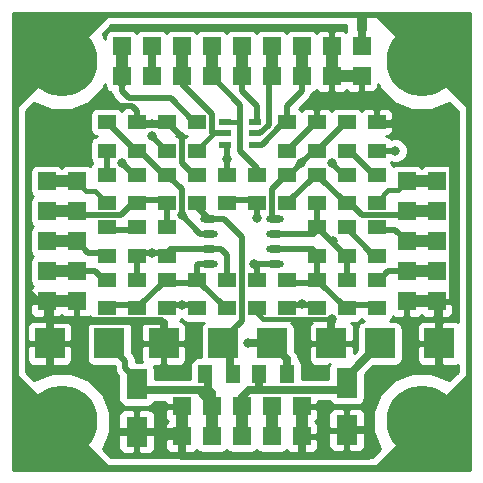
<source format=gbr>
G04 #@! TF.GenerationSoftware,KiCad,Pcbnew,(2017-02-05 revision 431abcf)-makepkg*
G04 #@! TF.CreationDate,2017-05-10T12:01:26+02:00*
G04 #@! TF.ProjectId,OZDUAL03B,4F5A4455414C3033422E6B696361645F,rev?*
G04 #@! TF.FileFunction,Copper,L2,Bot,Signal*
G04 #@! TF.FilePolarity,Positive*
%FSLAX46Y46*%
G04 Gerber Fmt 4.6, Leading zero omitted, Abs format (unit mm)*
G04 Created by KiCad (PCBNEW (2017-02-05 revision 431abcf)-makepkg) date 05/10/17 12:01:26*
%MOMM*%
%LPD*%
G01*
G04 APERTURE LIST*
%ADD10C,0.100000*%
%ADD11R,1.524000X1.524000*%
%ADD12O,1.473200X0.609600*%
%ADD13C,6.000000*%
%ADD14R,1.800860X2.499360*%
%ADD15R,2.550160X2.499360*%
%ADD16R,1.000760X0.500000*%
%ADD17R,1.000760X0.501040*%
%ADD18R,1.524000X1.143000*%
%ADD19R,1.143000X1.524000*%
%ADD20C,0.800000*%
%ADD21C,0.457200*%
%ADD22C,1.016000*%
%ADD23C,0.508000*%
%ADD24C,0.635000*%
%ADD25C,0.450000*%
%ADD26C,0.254000*%
G04 APERTURE END LIST*
D10*
D11*
X163830000Y-94820000D03*
X161290000Y-94820000D03*
X163830000Y-97360000D03*
X161290000Y-97360000D03*
X163830000Y-99900000D03*
X161290000Y-99900000D03*
X163830000Y-102440000D03*
X161290000Y-102440000D03*
X163830000Y-104980000D03*
X161290000Y-104980000D03*
D12*
X144526000Y-101805000D03*
X144526000Y-100535000D03*
X144526000Y-99265000D03*
X144526000Y-97995000D03*
X150114000Y-97995000D03*
X150114000Y-99265000D03*
X150114000Y-100535000D03*
X150114000Y-101805000D03*
D11*
X157480000Y-85930000D03*
X157480000Y-83390000D03*
X152400000Y-116410000D03*
X152400000Y-113870000D03*
X149860000Y-116410000D03*
X149860000Y-113870000D03*
X147320000Y-116410000D03*
X147320000Y-113870000D03*
X144780000Y-116410000D03*
X144780000Y-113870000D03*
X142240000Y-116410000D03*
X142240000Y-113870000D03*
X133350000Y-94820000D03*
X130810000Y-94820000D03*
X133350000Y-97360000D03*
X130810000Y-97360000D03*
X133350000Y-99900000D03*
X130810000Y-99900000D03*
X133350000Y-102440000D03*
X130810000Y-102440000D03*
X133350000Y-104980000D03*
X130810000Y-104980000D03*
D13*
X132080000Y-84660000D03*
X132080000Y-115140000D03*
X162560000Y-84660000D03*
X162560000Y-115140000D03*
D14*
X138430000Y-111998020D03*
X138430000Y-115995980D03*
X156210000Y-115868980D03*
X156210000Y-111871020D03*
D15*
X164068760Y-108536000D03*
X159019240Y-108536000D03*
X136128760Y-108536000D03*
X131079240Y-108536000D03*
X154924760Y-108536000D03*
X149875240Y-108536000D03*
X145780760Y-108536000D03*
X140731240Y-108536000D03*
D11*
X154940000Y-85930000D03*
X154940000Y-83390000D03*
X152400000Y-85930000D03*
X152400000Y-83390000D03*
X149860000Y-85930000D03*
X149860000Y-83390000D03*
X147320000Y-85930000D03*
X147320000Y-83390000D03*
X144780000Y-85930000D03*
X144780000Y-83390000D03*
X142240000Y-85930000D03*
X142240000Y-83390000D03*
X139700000Y-85930000D03*
X139700000Y-83390000D03*
X137160000Y-85930000D03*
X137160000Y-83390000D03*
D16*
X148463000Y-91708500D03*
X148463000Y-90756000D03*
D17*
X148463000Y-89803500D03*
D16*
X145923000Y-89803500D03*
X145923000Y-90756000D03*
X145923000Y-91708500D03*
D18*
X135890000Y-103138500D03*
X135890000Y-105551500D03*
X138430000Y-105551500D03*
X138430000Y-103138500D03*
X140970000Y-105551500D03*
X140970000Y-103138500D03*
X143510000Y-103138500D03*
X143510000Y-105551500D03*
X146050000Y-103138500D03*
X146050000Y-105551500D03*
X148590000Y-103138500D03*
X148590000Y-105551500D03*
X151130000Y-105551500D03*
X151130000Y-103138500D03*
X153670000Y-103138500D03*
X153670000Y-105551500D03*
X156210000Y-105551500D03*
X156210000Y-103138500D03*
X158750000Y-103138500D03*
X158750000Y-105551500D03*
X135890000Y-101106500D03*
X135890000Y-98693500D03*
X138430000Y-101106500D03*
X138430000Y-98693500D03*
X140970000Y-101106500D03*
X140970000Y-98693500D03*
X153670000Y-98693500D03*
X153670000Y-101106500D03*
X156210000Y-101106500D03*
X156210000Y-98693500D03*
X158750000Y-98693500D03*
X158750000Y-101106500D03*
X135890000Y-96661500D03*
X135890000Y-94248500D03*
X138430000Y-96661500D03*
X138430000Y-94248500D03*
X140970000Y-94248500D03*
X140970000Y-96661500D03*
X143510000Y-94248500D03*
X143510000Y-96661500D03*
X146050000Y-94248500D03*
X146050000Y-96661500D03*
X148590000Y-96661500D03*
X148590000Y-94248500D03*
X151130000Y-94248500D03*
X151130000Y-96661500D03*
X153670000Y-96661500D03*
X153670000Y-94248500D03*
X156210000Y-96661500D03*
X156210000Y-94248500D03*
X158750000Y-96661500D03*
X158750000Y-94248500D03*
X135890000Y-89803500D03*
X135890000Y-92216500D03*
X138430000Y-92216500D03*
X138430000Y-89803500D03*
X140970000Y-92216500D03*
X140970000Y-89803500D03*
X143510000Y-89803500D03*
X143510000Y-92216500D03*
X151130000Y-89803500D03*
X151130000Y-92216500D03*
X153670000Y-89803500D03*
X153670000Y-92216500D03*
X156210000Y-89803500D03*
X156210000Y-92216500D03*
X158750000Y-89803500D03*
X158750000Y-92216500D03*
D19*
X151193500Y-111125000D03*
X148780500Y-111125000D03*
X146621500Y-111139500D03*
X144208500Y-111139500D03*
D20*
X154940000Y-93296000D03*
X137160000Y-93232500D03*
X154940000Y-106504000D03*
X148336000Y-101805000D03*
X147828000Y-108536000D03*
X146050000Y-92915000D03*
X148590000Y-97931500D03*
X139700000Y-91010000D03*
X139700000Y-100852500D03*
X142240000Y-105297500D03*
X142240000Y-97677500D03*
X152400000Y-105234000D03*
X152368250Y-93264250D03*
X155067000Y-99900000D03*
X160337500Y-92216500D03*
D21*
X133350000Y-94820000D02*
X134130000Y-95600000D01*
X135677500Y-96407500D02*
X134870000Y-95600000D01*
X134870000Y-95600000D02*
X134130000Y-95600000D01*
X135890000Y-96407500D02*
X135677500Y-96407500D01*
D22*
X130810000Y-94820000D02*
X132080000Y-94820000D01*
X132080000Y-94820000D02*
X133350000Y-94820000D01*
D23*
X133350000Y-102440000D02*
X134937500Y-102440000D01*
X134937500Y-102440000D02*
X135890000Y-103392500D01*
D22*
X130810000Y-102440000D02*
X133350000Y-102440000D01*
D23*
X135890000Y-100852500D02*
X134302500Y-100852500D01*
X134302500Y-100852500D02*
X133350000Y-99900000D01*
D24*
X135890000Y-100852500D02*
X136207500Y-100852500D01*
D22*
X130810000Y-99900000D02*
X133350000Y-99900000D01*
D24*
X148780500Y-111125000D02*
X148780500Y-112242500D01*
X148780500Y-112242500D02*
X148550000Y-112473000D01*
X147590000Y-112838000D02*
X147955000Y-112473000D01*
X147320000Y-113108000D02*
X147590000Y-112838000D01*
X147955000Y-112473000D02*
X148550000Y-112473000D01*
X148550000Y-112473000D02*
X149110000Y-112473000D01*
D21*
X148272500Y-112396700D02*
X148348800Y-112473000D01*
X148348800Y-112473000D02*
X148550000Y-112473000D01*
X148272500Y-112396700D02*
X148196200Y-112473000D01*
X148196200Y-112473000D02*
X147955000Y-112473000D01*
D24*
X149110000Y-112473000D02*
X155608020Y-112473000D01*
X156210000Y-111871020D02*
X156210000Y-111345240D01*
X156210000Y-111345240D02*
X159019240Y-108536000D01*
X147320000Y-113870000D02*
X147320000Y-113108000D01*
X155608020Y-112473000D02*
X156210000Y-111871020D01*
D22*
X147320000Y-116410000D02*
X147320000Y-113870000D01*
D23*
X163830000Y-104980000D02*
X163840000Y-104990000D01*
X163840000Y-104990000D02*
X165190000Y-104990000D01*
X165190000Y-104990000D02*
X165163500Y-104963500D01*
X165163500Y-104963500D02*
X165163500Y-93550000D01*
X165163500Y-93550000D02*
X161671000Y-90057500D01*
X161671000Y-90057500D02*
X158750000Y-90057500D01*
X158750000Y-90057500D02*
X158750000Y-87200000D01*
X143510000Y-94248500D02*
X143256000Y-94248500D01*
X143256000Y-94248500D02*
X142240000Y-93232500D01*
X142240000Y-93232500D02*
X142240000Y-91073500D01*
X142240000Y-91073500D02*
X140970000Y-89803500D01*
X156210000Y-94502500D02*
X156146500Y-94502500D01*
X156146500Y-94502500D02*
X154940000Y-93296000D01*
X138430000Y-94502500D02*
X137160000Y-93232500D01*
X130810000Y-104980000D02*
X130048000Y-104980000D01*
X130048000Y-104980000D02*
X129286000Y-104218000D01*
X138430000Y-88851000D02*
X138430000Y-90057500D01*
X138049000Y-88470000D02*
X138430000Y-88851000D01*
X134747000Y-88470000D02*
X138049000Y-88470000D01*
X133921500Y-89295500D02*
X134747000Y-88470000D01*
X133223000Y-89295500D02*
X133921500Y-89295500D01*
X129286000Y-93232500D02*
X133223000Y-89295500D01*
X129286000Y-104218000D02*
X129286000Y-93232500D01*
D25*
X158750000Y-87200000D02*
X158750000Y-87327000D01*
X157480000Y-85930000D02*
X157480000Y-87263500D01*
X157543500Y-87327000D02*
X158750000Y-87327000D01*
X157480000Y-87263500D02*
X157543500Y-87327000D01*
X140970000Y-90057500D02*
X141287500Y-90057500D01*
D24*
X131079240Y-106519240D02*
X134190740Y-106519240D01*
X140731240Y-106836740D02*
X140731240Y-108536000D01*
X140525500Y-106631000D02*
X140731240Y-106836740D01*
X134302500Y-106631000D02*
X140525500Y-106631000D01*
X134190740Y-106519240D02*
X134302500Y-106631000D01*
D25*
X148590000Y-105297500D02*
X148590000Y-105996000D01*
X149098000Y-106504000D02*
X154940000Y-106504000D01*
X148590000Y-105996000D02*
X149098000Y-106504000D01*
D24*
X154924760Y-106519240D02*
X154924760Y-106615760D01*
X154924760Y-108536000D02*
X154924760Y-106615760D01*
X154940000Y-106504000D02*
X154924760Y-106519240D01*
D25*
X154940000Y-87454000D02*
X154940000Y-85930000D01*
X153670000Y-88724000D02*
X154940000Y-87454000D01*
X153670000Y-90057500D02*
X153670000Y-88724000D01*
D24*
X138430000Y-90057500D02*
X138112500Y-90057500D01*
X151130000Y-91962500D02*
X151447500Y-91962500D01*
D23*
X151447500Y-91962500D02*
X153352500Y-90057500D01*
D24*
X153352500Y-90057500D02*
X153670000Y-90057500D01*
D22*
X154940000Y-85930000D02*
X157480000Y-85930000D01*
X154940000Y-85930000D02*
X154940000Y-83390000D01*
D24*
X158750000Y-87327000D02*
X158750000Y-87581000D01*
X158750000Y-87581000D02*
X158750000Y-87327000D01*
X157988000Y-115902000D02*
X157988000Y-112854000D01*
X164068760Y-110710240D02*
X164068760Y-108536000D01*
X163957000Y-110822000D02*
X164068760Y-110710240D01*
X160020000Y-110822000D02*
X163957000Y-110822000D01*
X157988000Y-112854000D02*
X160020000Y-110822000D01*
X164068760Y-108536000D02*
X164068760Y-105218760D01*
X164068760Y-105218760D02*
X163830000Y-104980000D01*
X131079240Y-106519240D02*
X131079240Y-105249240D01*
X131079240Y-105249240D02*
X130810000Y-104980000D01*
X157988000Y-115902000D02*
X156243020Y-115902000D01*
X156243020Y-115902000D02*
X156210000Y-115868980D01*
X131079240Y-108536000D02*
X131079240Y-110710240D01*
X136618980Y-115995980D02*
X138430000Y-115995980D01*
X136525000Y-115902000D02*
X136618980Y-115995980D01*
X136525000Y-113235000D02*
X136525000Y-115902000D01*
X133985000Y-110695000D02*
X136525000Y-113235000D01*
X131094480Y-110695000D02*
X133985000Y-110695000D01*
X131079240Y-110710240D02*
X131094480Y-110695000D01*
X138430000Y-115995980D02*
X141825980Y-115995980D01*
X141825980Y-115995980D02*
X142240000Y-116410000D01*
X142146020Y-116503980D02*
X142240000Y-116410000D01*
X131079240Y-108536000D02*
X131079240Y-106519240D01*
D23*
X140970000Y-90057500D02*
X138430000Y-90057500D01*
D24*
X152400000Y-116410000D02*
X152400000Y-118061000D01*
X152400000Y-118061000D02*
X152400000Y-117934000D01*
X152400000Y-117934000D02*
X152400000Y-118061000D01*
X142240000Y-116410000D02*
X142240000Y-118061000D01*
X142240000Y-118061000D02*
X152400000Y-118061000D01*
X152400000Y-118061000D02*
X157988000Y-118061000D01*
X157988000Y-118061000D02*
X157988000Y-115902000D01*
X148590000Y-105297500D02*
X148653500Y-105297500D01*
X154924760Y-108536000D02*
X154924760Y-108424240D01*
X131079240Y-108536000D02*
X131079240Y-108266760D01*
D26*
X163830000Y-104980000D02*
X164465000Y-104980000D01*
X152400000Y-116410000D02*
X152400000Y-117045000D01*
D22*
X161290000Y-104980000D02*
X162560000Y-104980000D01*
X162560000Y-104980000D02*
X163830000Y-104980000D01*
X130810000Y-104980000D02*
X132080000Y-104980000D01*
X132080000Y-104980000D02*
X133350000Y-104980000D01*
X152400000Y-116410000D02*
X152400000Y-115140000D01*
X152400000Y-115140000D02*
X152400000Y-113870000D01*
X142240000Y-116410000D02*
X142240000Y-115140000D01*
X142240000Y-115140000D02*
X142240000Y-113870000D01*
D24*
X151193500Y-111125000D02*
X151193500Y-109854260D01*
X151193500Y-109854260D02*
X149875240Y-108536000D01*
D23*
X143510000Y-89803500D02*
X143319500Y-89803500D01*
X143319500Y-89803500D02*
X141316000Y-87800000D01*
X141316000Y-87800000D02*
X137760000Y-87800000D01*
X137760000Y-87800000D02*
X137160000Y-87200000D01*
X137160000Y-87200000D02*
X137160000Y-85930000D01*
D24*
X137160000Y-85930000D02*
X137160000Y-86565000D01*
D22*
X137160000Y-85930000D02*
X137160000Y-83390000D01*
D23*
X148590000Y-103392500D02*
X148590000Y-102059000D01*
X148590000Y-102059000D02*
X148336000Y-101805000D01*
X150114000Y-101805000D02*
X148336000Y-101805000D01*
D24*
X149875240Y-108536000D02*
X147828000Y-108536000D01*
X148590000Y-103392500D02*
X148590000Y-103329000D01*
X150177500Y-108838260D02*
X149875240Y-108536000D01*
X150177500Y-108838260D02*
X149875240Y-108536000D01*
X144140000Y-112506020D02*
X143850000Y-112506020D01*
X143850000Y-112506020D02*
X138430000Y-112506020D01*
D23*
X144780000Y-113720000D02*
X143850000Y-112790000D01*
X143850000Y-112790000D02*
X143850000Y-112506020D01*
X144780000Y-113870000D02*
X144780000Y-113720000D01*
D24*
X144559020Y-112506020D02*
X144140000Y-112506020D01*
D23*
X144780000Y-113270000D02*
X144140000Y-112630000D01*
X144140000Y-112630000D02*
X144140000Y-112506020D01*
X144780000Y-113870000D02*
X144780000Y-113270000D01*
X137460000Y-110020000D02*
X136128760Y-108688760D01*
D21*
X136128760Y-108688760D02*
X136128760Y-108536000D01*
D23*
X137460000Y-110650000D02*
X137460000Y-110020000D01*
X138430000Y-111620000D02*
X137460000Y-110650000D01*
D21*
X138430000Y-111998020D02*
X138430000Y-111620000D01*
X136128760Y-108536000D02*
X136128760Y-108948760D01*
X138430000Y-111998020D02*
X138430000Y-111750000D01*
D24*
X144780000Y-113870000D02*
X144780000Y-112727000D01*
X138430000Y-112506020D02*
X138430000Y-111822760D01*
D22*
X149860000Y-116410000D02*
X149860000Y-113870000D01*
X144780000Y-116410000D02*
X144780000Y-113870000D01*
D24*
X144462500Y-111139500D02*
X144462500Y-112506020D01*
X144462500Y-112506020D02*
X144559020Y-112506020D01*
X144780000Y-112727000D02*
X144559020Y-112506020D01*
D25*
X143510000Y-96407500D02*
X143510000Y-96979000D01*
D23*
X143510000Y-96979000D02*
X144526000Y-97995000D01*
D24*
X145780760Y-108536000D02*
X145780760Y-108170240D01*
D23*
X145780760Y-108170240D02*
X147320000Y-106631000D01*
X145796000Y-97995000D02*
X144526000Y-97995000D01*
X147320000Y-99519000D02*
X145796000Y-97995000D01*
X147320000Y-102567000D02*
X147320000Y-99519000D01*
X147320000Y-106631000D02*
X147320000Y-102567000D01*
D24*
X146367500Y-111139500D02*
X146367500Y-109122740D01*
X146367500Y-109122740D02*
X145780760Y-108536000D01*
X146367500Y-109122740D02*
X145780760Y-108536000D01*
D21*
X160520000Y-95590000D02*
X161290000Y-94820000D01*
X158922500Y-96407500D02*
X159740000Y-95590000D01*
X159740000Y-95590000D02*
X160520000Y-95590000D01*
X158750000Y-96407500D02*
X158922500Y-96407500D01*
D22*
X161290000Y-94820000D02*
X162560000Y-94820000D01*
X162560000Y-94820000D02*
X163830000Y-94820000D01*
D23*
X161290000Y-102440000D02*
X159702500Y-102440000D01*
X159702500Y-102440000D02*
X158750000Y-103392500D01*
D22*
X161290000Y-102440000D02*
X163830000Y-102440000D01*
D23*
X158750000Y-98947500D02*
X160337500Y-98947500D01*
X160337500Y-98947500D02*
X161290000Y-99900000D01*
D22*
X161290000Y-99900000D02*
X163830000Y-99900000D01*
D24*
X157480000Y-83390000D02*
X157480000Y-80850000D01*
D26*
X162560000Y-115140000D02*
X158750000Y-118950000D01*
X158750000Y-118950000D02*
X135890000Y-118950000D01*
X128270000Y-88470000D02*
X132080000Y-84660000D01*
X128270000Y-111330000D02*
X128270000Y-88470000D01*
X132080000Y-115140000D02*
X128270000Y-111330000D01*
X135890000Y-118950000D02*
X132080000Y-115140000D01*
X162560000Y-84660000D02*
X166370000Y-88470000D01*
X166370000Y-111330000D02*
X162560000Y-115140000D01*
X166370000Y-88470000D02*
X166370000Y-111330000D01*
X132080000Y-84660000D02*
X135890000Y-80850000D01*
X135890000Y-80850000D02*
X156210000Y-80850000D01*
X158750000Y-80850000D02*
X162560000Y-84660000D01*
X156210000Y-80850000D02*
X157480000Y-80850000D01*
X157480000Y-80850000D02*
X158750000Y-80850000D01*
D23*
X138430000Y-96407500D02*
X138366500Y-96407500D01*
X138366500Y-96407500D02*
X137096500Y-97677500D01*
X137096500Y-97677500D02*
X133667500Y-97677500D01*
X133667500Y-97677500D02*
X133350000Y-97360000D01*
X140970000Y-96407500D02*
X138430000Y-96407500D01*
D24*
X138430000Y-96407500D02*
X138112500Y-96407500D01*
D23*
X140970000Y-98947500D02*
X140970000Y-97741000D01*
X140970000Y-97741000D02*
X140970000Y-96407500D01*
D22*
X130810000Y-97360000D02*
X133350000Y-97360000D01*
D23*
X153670000Y-94502500D02*
X153987500Y-94502500D01*
X153987500Y-94502500D02*
X155892500Y-96407500D01*
X155892500Y-96407500D02*
X156210000Y-96407500D01*
X151130000Y-96407500D02*
X151447500Y-96407500D01*
X151447500Y-96407500D02*
X153352500Y-94502500D01*
X153352500Y-94502500D02*
X153670000Y-94502500D01*
X156210000Y-96407500D02*
X157480000Y-97677500D01*
X157480000Y-97677500D02*
X160972500Y-97677500D01*
X160972500Y-97677500D02*
X161290000Y-97360000D01*
D24*
X151130000Y-96407500D02*
X151130000Y-96471000D01*
D22*
X161290000Y-97360000D02*
X163830000Y-97360000D01*
D23*
X146050000Y-91835500D02*
X146050000Y-92153000D01*
X146050000Y-92153000D02*
X146050000Y-92915000D01*
X146050000Y-92915000D02*
X146050000Y-94502500D01*
X146050000Y-91835500D02*
X145923000Y-91708500D01*
D24*
X139700000Y-85930000D02*
X139700000Y-83390000D01*
D23*
X148590000Y-96407500D02*
X148590000Y-97931500D01*
X148463000Y-90756000D02*
X148907500Y-90756000D01*
X148907500Y-90756000D02*
X149606000Y-90057500D01*
X149606000Y-90057500D02*
X149606000Y-86184000D01*
D25*
X149606000Y-86184000D02*
X149860000Y-85930000D01*
D22*
X149860000Y-85930000D02*
X149860000Y-83390000D01*
D23*
X146050000Y-96407500D02*
X147320000Y-96407500D01*
X147320000Y-96407500D02*
X148590000Y-96407500D01*
X147193000Y-89803500D02*
X147193000Y-88343000D01*
X147193000Y-88343000D02*
X144780000Y-85930000D01*
D25*
X145923000Y-89803500D02*
X147193000Y-89803500D01*
D23*
X147193000Y-89803500D02*
X147193000Y-89740000D01*
X148590000Y-94502500D02*
X148590000Y-93677000D01*
X147193000Y-92280000D02*
X147193000Y-89740000D01*
X148590000Y-93677000D02*
X147193000Y-92280000D01*
X148590000Y-94502500D02*
X148590000Y-94185000D01*
D22*
X144780000Y-85930000D02*
X144780000Y-83390000D01*
D24*
X148272500Y-94502500D02*
X148590000Y-94502500D01*
D23*
X148463000Y-91708500D02*
X149034500Y-91708500D01*
X149034500Y-91708500D02*
X150685500Y-90057500D01*
D25*
X150685500Y-90057500D02*
X151130000Y-90057500D01*
D24*
X151130000Y-90057500D02*
X151104372Y-90057500D01*
X151130000Y-90057500D02*
X150939500Y-90057500D01*
D23*
X152400000Y-85930000D02*
X152400000Y-87200000D01*
X151130000Y-88470000D02*
X151130000Y-90057500D01*
X152400000Y-87200000D02*
X151130000Y-88470000D01*
D22*
X152400000Y-85930000D02*
X152400000Y-83390000D01*
D23*
X148590000Y-89676500D02*
X148590000Y-89232000D01*
X148590000Y-89676500D02*
X148463000Y-89803500D01*
X148590000Y-89232000D02*
X148590000Y-88724000D01*
X148590000Y-88787500D02*
X148590000Y-88724000D01*
X148590000Y-88724000D02*
X148590000Y-88470000D01*
X147320000Y-87200000D02*
X148590000Y-88470000D01*
X147320000Y-87200000D02*
X147320000Y-85930000D01*
D22*
X147320000Y-85930000D02*
X147320000Y-83390000D01*
D21*
X143697500Y-91962500D02*
X144780000Y-90880000D01*
X144780000Y-90880000D02*
X144780000Y-90756000D01*
X143510000Y-91962500D02*
X143697500Y-91962500D01*
D23*
X144780000Y-90756000D02*
X145923000Y-90756000D01*
X142240000Y-85930000D02*
X142240000Y-86565000D01*
X142240000Y-86565000D02*
X144780000Y-89105000D01*
X144780000Y-89105000D02*
X144780000Y-89740000D01*
X144780000Y-89740000D02*
X144780000Y-90756000D01*
D22*
X142240000Y-85930000D02*
X142240000Y-83390000D01*
D23*
X140970000Y-103392500D02*
X143510000Y-103392500D01*
X144526000Y-101805000D02*
X143637000Y-101805000D01*
X143510000Y-101932000D02*
X143510000Y-103392500D01*
X143637000Y-101805000D02*
X143510000Y-101932000D01*
D24*
X143510000Y-103392500D02*
X143827500Y-103392500D01*
D23*
X143827500Y-103392500D02*
X145732500Y-105297500D01*
D24*
X145732500Y-105297500D02*
X146050000Y-105297500D01*
X138430000Y-105297500D02*
X138747500Y-105297500D01*
D23*
X138747500Y-105297500D02*
X140652500Y-103392500D01*
D24*
X140652500Y-103392500D02*
X140970000Y-103392500D01*
D23*
X135890000Y-105297500D02*
X138430000Y-105297500D01*
X139700000Y-91010000D02*
X140906500Y-92216500D01*
X140906500Y-92216500D02*
X140970000Y-92216500D01*
X138430000Y-101106500D02*
X138620500Y-101106500D01*
X140970000Y-92216500D02*
X140906500Y-92216500D01*
X138430000Y-100852500D02*
X138430000Y-102122500D01*
X138430000Y-102122500D02*
X138430000Y-103392500D01*
X140970000Y-100852500D02*
X139700000Y-100852500D01*
X139700000Y-100852500D02*
X138430000Y-100852500D01*
X144526000Y-100535000D02*
X142494000Y-100535000D01*
X142494000Y-100535000D02*
X141287500Y-100535000D01*
D25*
X141287500Y-100535000D02*
X140970000Y-100852500D01*
D23*
X146050000Y-103392500D02*
X146050000Y-101043000D01*
X145542000Y-100535000D02*
X144526000Y-100535000D01*
X146050000Y-101043000D02*
X145542000Y-100535000D01*
X140970000Y-105297500D02*
X142240000Y-105297500D01*
X142240000Y-105297500D02*
X143510000Y-105297500D01*
X144526000Y-99265000D02*
X143827500Y-99265000D01*
X143827500Y-99265000D02*
X142240000Y-97677500D01*
X142240000Y-97677500D02*
X142240000Y-95455000D01*
X142240000Y-95455000D02*
X141287500Y-94502500D01*
D25*
X141287500Y-94502500D02*
X140970000Y-94502500D01*
X140970000Y-94502500D02*
X141287500Y-94502500D01*
D23*
X138430000Y-91962500D02*
X140970000Y-94502500D01*
D24*
X135890000Y-90057500D02*
X136207500Y-90057500D01*
D23*
X136207500Y-90057500D02*
X138112500Y-91962500D01*
D25*
X138112500Y-91962500D02*
X138430000Y-91962500D01*
D23*
X153670000Y-91962500D02*
X153987500Y-91962500D01*
X153987500Y-91962500D02*
X155892500Y-90057500D01*
X155892500Y-90057500D02*
X156210000Y-90057500D01*
D25*
X152400000Y-105297500D02*
X152400000Y-105234000D01*
D23*
X152400000Y-105297500D02*
X153670000Y-105297500D01*
X150812500Y-94502500D02*
X149860000Y-95455000D01*
X149860000Y-95455000D02*
X149860000Y-97741000D01*
D25*
X149860000Y-97741000D02*
X150114000Y-97995000D01*
D23*
X151130000Y-105297500D02*
X152400000Y-105297500D01*
D24*
X155892500Y-90057500D02*
X156210000Y-90057500D01*
D23*
X151130000Y-94502500D02*
X152368250Y-93264250D01*
X152368250Y-93264250D02*
X153670000Y-91962500D01*
D24*
X151130000Y-94502500D02*
X150812500Y-94502500D01*
X153670000Y-103392500D02*
X153987500Y-103392500D01*
D23*
X153987500Y-103392500D02*
X155892500Y-105297500D01*
D24*
X155892500Y-105297500D02*
X156210000Y-105297500D01*
D23*
X151130000Y-103392500D02*
X153670000Y-103392500D01*
X153670000Y-100852500D02*
X153670000Y-103392500D01*
X150114000Y-100535000D02*
X153352500Y-100535000D01*
D25*
X153352500Y-100535000D02*
X153670000Y-100852500D01*
D23*
X156210000Y-105297500D02*
X158750000Y-105297500D01*
X158750000Y-92216500D02*
X160337500Y-92216500D01*
X155067000Y-99900000D02*
X155003500Y-99963500D01*
X155003500Y-99963500D02*
X155067000Y-99900000D01*
X155067000Y-99900000D02*
X155067000Y-100027000D01*
X153670000Y-98693500D02*
X153924000Y-98693500D01*
X153670000Y-98947500D02*
X153670000Y-97677500D01*
X153670000Y-97677500D02*
X153670000Y-96407500D01*
X153670000Y-98947500D02*
X153987500Y-98947500D01*
X153987500Y-98947500D02*
X155067000Y-100027000D01*
X155067000Y-100027000D02*
X155892500Y-100852500D01*
X155892500Y-100852500D02*
X156210000Y-100852500D01*
X156210000Y-103392500D02*
X156210000Y-102122500D01*
X156210000Y-102122500D02*
X156210000Y-100852500D01*
D24*
X155892500Y-100852500D02*
X156210000Y-100852500D01*
D23*
X150114000Y-99265000D02*
X153352500Y-99265000D01*
D25*
X153352500Y-99265000D02*
X153670000Y-98947500D01*
D23*
X135890000Y-98947500D02*
X138430000Y-98947500D01*
D24*
X138112500Y-98947500D02*
X138430000Y-98947500D01*
X156210000Y-98947500D02*
X156400500Y-98947500D01*
D23*
X156400500Y-98947500D02*
X158305500Y-100852500D01*
D24*
X158305500Y-100852500D02*
X158750000Y-100852500D01*
D23*
X135890000Y-94502500D02*
X135890000Y-91962500D01*
D24*
X135890000Y-94502500D02*
X135572500Y-94502500D01*
D23*
X156210000Y-91962500D02*
X158750000Y-94502500D01*
D24*
X158750000Y-94502500D02*
X159067500Y-94502500D01*
D26*
G36*
X166676000Y-119254200D02*
X127964000Y-119254200D01*
X127964000Y-88470000D01*
X128143000Y-88470000D01*
X128143000Y-111330000D01*
X128152667Y-111378601D01*
X128180197Y-111419803D01*
X135800197Y-119039803D01*
X135841399Y-119067333D01*
X135890000Y-119077000D01*
X158750000Y-119077000D01*
X158798601Y-119067333D01*
X158839803Y-119039803D01*
X166459803Y-111419803D01*
X166487333Y-111378601D01*
X166497000Y-111330000D01*
X166497000Y-88470000D01*
X166487333Y-88421399D01*
X166459803Y-88380197D01*
X158839803Y-80760197D01*
X158798601Y-80732667D01*
X158750000Y-80723000D01*
X157861000Y-80723000D01*
X157812399Y-80732667D01*
X157771197Y-80760197D01*
X157743667Y-80801399D01*
X157734000Y-80850000D01*
X157734000Y-82024750D01*
X157607000Y-82151750D01*
X157607000Y-83263000D01*
X157627000Y-83263000D01*
X157627000Y-83517000D01*
X157607000Y-83517000D01*
X157607000Y-83537000D01*
X157353000Y-83537000D01*
X157353000Y-83517000D01*
X157333000Y-83517000D01*
X157333000Y-83263000D01*
X157353000Y-83263000D01*
X157353000Y-82151750D01*
X157194250Y-81993000D01*
X157162500Y-81993000D01*
X157162500Y-80850000D01*
X157152833Y-80801399D01*
X157125303Y-80760197D01*
X157084101Y-80732667D01*
X157035500Y-80723000D01*
X135890000Y-80723000D01*
X135841399Y-80732667D01*
X135800197Y-80760197D01*
X128180197Y-88380197D01*
X128152667Y-88421399D01*
X128143000Y-88470000D01*
X127964000Y-88470000D01*
X127964000Y-80542200D01*
X166676000Y-80542200D01*
X166676000Y-119254200D01*
X166676000Y-119254200D01*
G37*
X166676000Y-119254200D02*
X127964000Y-119254200D01*
X127964000Y-88470000D01*
X128143000Y-88470000D01*
X128143000Y-111330000D01*
X128152667Y-111378601D01*
X128180197Y-111419803D01*
X135800197Y-119039803D01*
X135841399Y-119067333D01*
X135890000Y-119077000D01*
X158750000Y-119077000D01*
X158798601Y-119067333D01*
X158839803Y-119039803D01*
X166459803Y-111419803D01*
X166487333Y-111378601D01*
X166497000Y-111330000D01*
X166497000Y-88470000D01*
X166487333Y-88421399D01*
X166459803Y-88380197D01*
X158839803Y-80760197D01*
X158798601Y-80732667D01*
X158750000Y-80723000D01*
X157861000Y-80723000D01*
X157812399Y-80732667D01*
X157771197Y-80760197D01*
X157743667Y-80801399D01*
X157734000Y-80850000D01*
X157734000Y-82024750D01*
X157607000Y-82151750D01*
X157607000Y-83263000D01*
X157627000Y-83263000D01*
X157627000Y-83517000D01*
X157607000Y-83517000D01*
X157607000Y-83537000D01*
X157353000Y-83537000D01*
X157353000Y-83517000D01*
X157333000Y-83517000D01*
X157333000Y-83263000D01*
X157353000Y-83263000D01*
X157353000Y-82151750D01*
X157194250Y-81993000D01*
X157162500Y-81993000D01*
X157162500Y-80850000D01*
X157152833Y-80801399D01*
X157125303Y-80760197D01*
X157084101Y-80732667D01*
X157035500Y-80723000D01*
X135890000Y-80723000D01*
X135841399Y-80732667D01*
X135800197Y-80760197D01*
X128180197Y-88380197D01*
X128152667Y-88421399D01*
X128143000Y-88470000D01*
X127964000Y-88470000D01*
X127964000Y-80542200D01*
X166676000Y-80542200D01*
X166676000Y-119254200D01*
G36*
X156146500Y-82174475D02*
X156061699Y-82089673D01*
X155828310Y-81993000D01*
X155225750Y-81993000D01*
X155067000Y-82151750D01*
X155067000Y-83263000D01*
X155087000Y-83263000D01*
X155087000Y-83517000D01*
X155067000Y-83517000D01*
X155067000Y-84628250D01*
X155098750Y-84660000D01*
X155067000Y-84691750D01*
X155067000Y-85803000D01*
X156178250Y-85803000D01*
X156210000Y-85771250D01*
X156241750Y-85803000D01*
X157353000Y-85803000D01*
X157353000Y-85783000D01*
X157607000Y-85783000D01*
X157607000Y-85803000D01*
X157627000Y-85803000D01*
X157627000Y-86057000D01*
X157607000Y-86057000D01*
X157607000Y-87168250D01*
X157765750Y-87327000D01*
X158368310Y-87327000D01*
X158601699Y-87230327D01*
X158780327Y-87051698D01*
X158877000Y-86818309D01*
X158877000Y-86553603D01*
X159059259Y-86994704D01*
X160219190Y-88156660D01*
X161735487Y-88786282D01*
X163377310Y-88787715D01*
X164894704Y-88160741D01*
X164911684Y-88143790D01*
X165608000Y-88840106D01*
X165608000Y-106708420D01*
X165470149Y-106651320D01*
X164354510Y-106651320D01*
X164195760Y-106810070D01*
X164195760Y-108409000D01*
X164215760Y-108409000D01*
X164215760Y-108663000D01*
X164195760Y-108663000D01*
X164195760Y-110261930D01*
X164354510Y-110420680D01*
X165470149Y-110420680D01*
X165608000Y-110363580D01*
X165608000Y-110959894D01*
X164912672Y-111655222D01*
X164900810Y-111643340D01*
X163384513Y-111013718D01*
X161742690Y-111012285D01*
X160225296Y-111639259D01*
X159063340Y-112799190D01*
X158433718Y-114315487D01*
X158432285Y-115957310D01*
X159059259Y-117474704D01*
X159076210Y-117491684D01*
X158379894Y-118188000D01*
X136260106Y-118188000D01*
X135564778Y-117492672D01*
X135576660Y-117480810D01*
X136074561Y-116281730D01*
X136894570Y-116281730D01*
X136894570Y-117371969D01*
X136991243Y-117605358D01*
X137169871Y-117783987D01*
X137403260Y-117880660D01*
X138144250Y-117880660D01*
X138303000Y-117721910D01*
X138303000Y-116122980D01*
X138557000Y-116122980D01*
X138557000Y-117721910D01*
X138715750Y-117880660D01*
X139456740Y-117880660D01*
X139690129Y-117783987D01*
X139868757Y-117605358D01*
X139965430Y-117371969D01*
X139965430Y-116695750D01*
X140843000Y-116695750D01*
X140843000Y-117298309D01*
X140939673Y-117531698D01*
X141118301Y-117710327D01*
X141351690Y-117807000D01*
X141954250Y-117807000D01*
X142113000Y-117648250D01*
X142113000Y-116537000D01*
X141001750Y-116537000D01*
X140843000Y-116695750D01*
X139965430Y-116695750D01*
X139965430Y-116281730D01*
X139806680Y-116122980D01*
X138557000Y-116122980D01*
X138303000Y-116122980D01*
X137053320Y-116122980D01*
X136894570Y-116281730D01*
X136074561Y-116281730D01*
X136206282Y-115964513D01*
X136207455Y-114619991D01*
X136894570Y-114619991D01*
X136894570Y-115710230D01*
X137053320Y-115868980D01*
X138303000Y-115868980D01*
X138303000Y-114270050D01*
X138557000Y-114270050D01*
X138557000Y-115868980D01*
X139806680Y-115868980D01*
X139965430Y-115710230D01*
X139965430Y-114619991D01*
X139868757Y-114386602D01*
X139690129Y-114207973D01*
X139564052Y-114155750D01*
X140843000Y-114155750D01*
X140843000Y-114758309D01*
X140939673Y-114991698D01*
X141087974Y-115140000D01*
X140939673Y-115288302D01*
X140843000Y-115521691D01*
X140843000Y-116124250D01*
X141001750Y-116283000D01*
X142113000Y-116283000D01*
X142113000Y-115171750D01*
X142081250Y-115140000D01*
X142113000Y-115108250D01*
X142113000Y-113997000D01*
X141001750Y-113997000D01*
X140843000Y-114155750D01*
X139564052Y-114155750D01*
X139456740Y-114111300D01*
X138715750Y-114111300D01*
X138557000Y-114270050D01*
X138303000Y-114270050D01*
X138144250Y-114111300D01*
X137403260Y-114111300D01*
X137169871Y-114207973D01*
X136991243Y-114386602D01*
X136894570Y-114619991D01*
X136207455Y-114619991D01*
X136207715Y-114322690D01*
X135580741Y-112805296D01*
X134420810Y-111643340D01*
X132904513Y-111013718D01*
X131262690Y-111012285D01*
X129745296Y-111639259D01*
X129728316Y-111656210D01*
X129032000Y-110959894D01*
X129032000Y-108821750D01*
X129169160Y-108821750D01*
X129169160Y-109911990D01*
X129265833Y-110145379D01*
X129444462Y-110324007D01*
X129677851Y-110420680D01*
X130793490Y-110420680D01*
X130952240Y-110261930D01*
X130952240Y-108663000D01*
X131206240Y-108663000D01*
X131206240Y-110261930D01*
X131364990Y-110420680D01*
X132480629Y-110420680D01*
X132714018Y-110324007D01*
X132892647Y-110145379D01*
X132989320Y-109911990D01*
X132989320Y-108821750D01*
X132830570Y-108663000D01*
X131206240Y-108663000D01*
X130952240Y-108663000D01*
X129327910Y-108663000D01*
X129169160Y-108821750D01*
X129032000Y-108821750D01*
X129032000Y-107160010D01*
X129169160Y-107160010D01*
X129169160Y-108250250D01*
X129327910Y-108409000D01*
X130952240Y-108409000D01*
X130952240Y-106810070D01*
X131206240Y-106810070D01*
X131206240Y-108409000D01*
X132830570Y-108409000D01*
X132989320Y-108250250D01*
X132989320Y-107160010D01*
X132892647Y-106926621D01*
X132714018Y-106747993D01*
X132480629Y-106651320D01*
X131364990Y-106651320D01*
X131206240Y-106810070D01*
X130952240Y-106810070D01*
X130793490Y-106651320D01*
X129677851Y-106651320D01*
X129444462Y-106747993D01*
X129265833Y-106926621D01*
X129169160Y-107160010D01*
X129032000Y-107160010D01*
X129032000Y-105265750D01*
X129413000Y-105265750D01*
X129413000Y-105868310D01*
X129509673Y-106101699D01*
X129688302Y-106280327D01*
X129921691Y-106377000D01*
X130524250Y-106377000D01*
X130683000Y-106218250D01*
X130683000Y-105107000D01*
X130937000Y-105107000D01*
X130937000Y-106218250D01*
X131095750Y-106377000D01*
X131698309Y-106377000D01*
X131931698Y-106280327D01*
X132080000Y-106132026D01*
X132228302Y-106280327D01*
X132461691Y-106377000D01*
X133064250Y-106377000D01*
X133223000Y-106218250D01*
X133223000Y-105107000D01*
X132111750Y-105107000D01*
X132080000Y-105138750D01*
X132048250Y-105107000D01*
X130937000Y-105107000D01*
X130683000Y-105107000D01*
X129571750Y-105107000D01*
X129413000Y-105265750D01*
X129032000Y-105265750D01*
X129032000Y-88840106D01*
X129727328Y-88144778D01*
X129739190Y-88156660D01*
X131255487Y-88786282D01*
X132897310Y-88787715D01*
X134414704Y-88160741D01*
X135576660Y-87000810D01*
X135750560Y-86582013D01*
X135750560Y-86692000D01*
X135799843Y-86939765D01*
X135940191Y-87149809D01*
X136150235Y-87290157D01*
X136294647Y-87318882D01*
X136338671Y-87540206D01*
X136450788Y-87708000D01*
X136531382Y-87828618D01*
X137131382Y-88428618D01*
X137419794Y-88621329D01*
X137462464Y-88629817D01*
X137308301Y-88693673D01*
X137157063Y-88844912D01*
X137109809Y-88774191D01*
X136899765Y-88633843D01*
X136652000Y-88584560D01*
X135128000Y-88584560D01*
X134880235Y-88633843D01*
X134670191Y-88774191D01*
X134529843Y-88984235D01*
X134480560Y-89232000D01*
X134480560Y-90375000D01*
X134529843Y-90622765D01*
X134670191Y-90832809D01*
X134880235Y-90973157D01*
X135065459Y-91010000D01*
X134880235Y-91046843D01*
X134670191Y-91187191D01*
X134529843Y-91397235D01*
X134480560Y-91645000D01*
X134480560Y-92788000D01*
X134529843Y-93035765D01*
X134661298Y-93232500D01*
X134529843Y-93429235D01*
X134504516Y-93556563D01*
X134359765Y-93459843D01*
X134112000Y-93410560D01*
X132588000Y-93410560D01*
X132340235Y-93459843D01*
X132130191Y-93600191D01*
X132080000Y-93675307D01*
X132029809Y-93600191D01*
X131819765Y-93459843D01*
X131572000Y-93410560D01*
X130048000Y-93410560D01*
X129800235Y-93459843D01*
X129590191Y-93600191D01*
X129449843Y-93810235D01*
X129400560Y-94058000D01*
X129400560Y-95582000D01*
X129449843Y-95829765D01*
X129590191Y-96039809D01*
X129665307Y-96090000D01*
X129590191Y-96140191D01*
X129449843Y-96350235D01*
X129400560Y-96598000D01*
X129400560Y-98122000D01*
X129449843Y-98369765D01*
X129590191Y-98579809D01*
X129665307Y-98630000D01*
X129590191Y-98680191D01*
X129449843Y-98890235D01*
X129400560Y-99138000D01*
X129400560Y-100662000D01*
X129449843Y-100909765D01*
X129590191Y-101119809D01*
X129665307Y-101170000D01*
X129590191Y-101220191D01*
X129449843Y-101430235D01*
X129400560Y-101678000D01*
X129400560Y-103202000D01*
X129449843Y-103449765D01*
X129590191Y-103659809D01*
X129660912Y-103707063D01*
X129509673Y-103858301D01*
X129413000Y-104091690D01*
X129413000Y-104694250D01*
X129571750Y-104853000D01*
X130683000Y-104853000D01*
X130683000Y-104833000D01*
X130937000Y-104833000D01*
X130937000Y-104853000D01*
X132048250Y-104853000D01*
X132080000Y-104821250D01*
X132111750Y-104853000D01*
X133223000Y-104853000D01*
X133223000Y-104833000D01*
X133477000Y-104833000D01*
X133477000Y-104853000D01*
X133497000Y-104853000D01*
X133497000Y-105107000D01*
X133477000Y-105107000D01*
X133477000Y-106218250D01*
X133635750Y-106377000D01*
X134238309Y-106377000D01*
X134471698Y-106280327D01*
X134505192Y-106246833D01*
X134529843Y-106370765D01*
X134670191Y-106580809D01*
X134779255Y-106653684D01*
X134605915Y-106688163D01*
X134395871Y-106828511D01*
X134255523Y-107038555D01*
X134206240Y-107286320D01*
X134206240Y-109785680D01*
X134255523Y-110033445D01*
X134395871Y-110243489D01*
X134605915Y-110383837D01*
X134853680Y-110433120D01*
X136571000Y-110433120D01*
X136571000Y-110650000D01*
X136638671Y-110990206D01*
X136744935Y-111149241D01*
X136831382Y-111278618D01*
X136882130Y-111329366D01*
X136882130Y-113247700D01*
X136931413Y-113495465D01*
X137071761Y-113705509D01*
X137281805Y-113845857D01*
X137529570Y-113895140D01*
X139330430Y-113895140D01*
X139578195Y-113845857D01*
X139788239Y-113705509D01*
X139928587Y-113495465D01*
X139935936Y-113458520D01*
X140843000Y-113458520D01*
X140843000Y-113584250D01*
X141001750Y-113743000D01*
X142113000Y-113743000D01*
X142113000Y-113723000D01*
X142367000Y-113723000D01*
X142367000Y-113743000D01*
X142387000Y-113743000D01*
X142387000Y-113997000D01*
X142367000Y-113997000D01*
X142367000Y-115108250D01*
X142398750Y-115140000D01*
X142367000Y-115171750D01*
X142367000Y-116283000D01*
X142387000Y-116283000D01*
X142387000Y-116537000D01*
X142367000Y-116537000D01*
X142367000Y-117648250D01*
X142525750Y-117807000D01*
X143128310Y-117807000D01*
X143361699Y-117710327D01*
X143512937Y-117559088D01*
X143560191Y-117629809D01*
X143770235Y-117770157D01*
X144018000Y-117819440D01*
X145542000Y-117819440D01*
X145789765Y-117770157D01*
X145999809Y-117629809D01*
X146050000Y-117554693D01*
X146100191Y-117629809D01*
X146310235Y-117770157D01*
X146558000Y-117819440D01*
X148082000Y-117819440D01*
X148329765Y-117770157D01*
X148539809Y-117629809D01*
X148590000Y-117554693D01*
X148640191Y-117629809D01*
X148850235Y-117770157D01*
X149098000Y-117819440D01*
X150622000Y-117819440D01*
X150869765Y-117770157D01*
X151079809Y-117629809D01*
X151127063Y-117559088D01*
X151278301Y-117710327D01*
X151511690Y-117807000D01*
X152114250Y-117807000D01*
X152273000Y-117648250D01*
X152273000Y-116537000D01*
X152527000Y-116537000D01*
X152527000Y-117648250D01*
X152685750Y-117807000D01*
X153288310Y-117807000D01*
X153521699Y-117710327D01*
X153700327Y-117531698D01*
X153797000Y-117298309D01*
X153797000Y-116695750D01*
X153638250Y-116537000D01*
X152527000Y-116537000D01*
X152273000Y-116537000D01*
X152253000Y-116537000D01*
X152253000Y-116283000D01*
X152273000Y-116283000D01*
X152273000Y-115171750D01*
X152241250Y-115140000D01*
X152273000Y-115108250D01*
X152273000Y-113997000D01*
X152527000Y-113997000D01*
X152527000Y-115108250D01*
X152558750Y-115140000D01*
X152527000Y-115171750D01*
X152527000Y-116283000D01*
X153638250Y-116283000D01*
X153766520Y-116154730D01*
X154674570Y-116154730D01*
X154674570Y-117244969D01*
X154771243Y-117478358D01*
X154949871Y-117656987D01*
X155183260Y-117753660D01*
X155924250Y-117753660D01*
X156083000Y-117594910D01*
X156083000Y-115995980D01*
X156337000Y-115995980D01*
X156337000Y-117594910D01*
X156495750Y-117753660D01*
X157236740Y-117753660D01*
X157470129Y-117656987D01*
X157648757Y-117478358D01*
X157745430Y-117244969D01*
X157745430Y-116154730D01*
X157586680Y-115995980D01*
X156337000Y-115995980D01*
X156083000Y-115995980D01*
X154833320Y-115995980D01*
X154674570Y-116154730D01*
X153766520Y-116154730D01*
X153797000Y-116124250D01*
X153797000Y-115521691D01*
X153700327Y-115288302D01*
X153552026Y-115140000D01*
X153700327Y-114991698D01*
X153797000Y-114758309D01*
X153797000Y-114492991D01*
X154674570Y-114492991D01*
X154674570Y-115583230D01*
X154833320Y-115741980D01*
X156083000Y-115741980D01*
X156083000Y-114143050D01*
X156337000Y-114143050D01*
X156337000Y-115741980D01*
X157586680Y-115741980D01*
X157745430Y-115583230D01*
X157745430Y-114492991D01*
X157648757Y-114259602D01*
X157470129Y-114080973D01*
X157236740Y-113984300D01*
X156495750Y-113984300D01*
X156337000Y-114143050D01*
X156083000Y-114143050D01*
X155924250Y-113984300D01*
X155183260Y-113984300D01*
X154949871Y-114080973D01*
X154771243Y-114259602D01*
X154674570Y-114492991D01*
X153797000Y-114492991D01*
X153797000Y-114155750D01*
X153638250Y-113997000D01*
X152527000Y-113997000D01*
X152273000Y-113997000D01*
X152253000Y-113997000D01*
X152253000Y-113743000D01*
X152273000Y-113743000D01*
X152273000Y-113723000D01*
X152527000Y-113723000D01*
X152527000Y-113743000D01*
X153638250Y-113743000D01*
X153797000Y-113584250D01*
X153797000Y-113425500D01*
X154749523Y-113425500D01*
X154851761Y-113578509D01*
X155061805Y-113718857D01*
X155309570Y-113768140D01*
X157110430Y-113768140D01*
X157358195Y-113718857D01*
X157568239Y-113578509D01*
X157708587Y-113368465D01*
X157757870Y-113120700D01*
X157757870Y-111144408D01*
X158469158Y-110433120D01*
X160294320Y-110433120D01*
X160542085Y-110383837D01*
X160752129Y-110243489D01*
X160892477Y-110033445D01*
X160941760Y-109785680D01*
X160941760Y-108821750D01*
X162158680Y-108821750D01*
X162158680Y-109911990D01*
X162255353Y-110145379D01*
X162433982Y-110324007D01*
X162667371Y-110420680D01*
X163783010Y-110420680D01*
X163941760Y-110261930D01*
X163941760Y-108663000D01*
X162317430Y-108663000D01*
X162158680Y-108821750D01*
X160941760Y-108821750D01*
X160941760Y-107286320D01*
X160916636Y-107160010D01*
X162158680Y-107160010D01*
X162158680Y-108250250D01*
X162317430Y-108409000D01*
X163941760Y-108409000D01*
X163941760Y-106810070D01*
X163783010Y-106651320D01*
X162667371Y-106651320D01*
X162433982Y-106747993D01*
X162255353Y-106926621D01*
X162158680Y-107160010D01*
X160916636Y-107160010D01*
X160892477Y-107038555D01*
X160752129Y-106828511D01*
X160542085Y-106688163D01*
X160294320Y-106638880D01*
X159882900Y-106638880D01*
X159969809Y-106580809D01*
X160110157Y-106370765D01*
X160134808Y-106246833D01*
X160168302Y-106280327D01*
X160401691Y-106377000D01*
X161004250Y-106377000D01*
X161163000Y-106218250D01*
X161163000Y-105107000D01*
X161417000Y-105107000D01*
X161417000Y-106218250D01*
X161575750Y-106377000D01*
X162178309Y-106377000D01*
X162411698Y-106280327D01*
X162560000Y-106132026D01*
X162708302Y-106280327D01*
X162941691Y-106377000D01*
X163544250Y-106377000D01*
X163703000Y-106218250D01*
X163703000Y-105107000D01*
X163957000Y-105107000D01*
X163957000Y-106218250D01*
X164115750Y-106377000D01*
X164718309Y-106377000D01*
X164951698Y-106280327D01*
X165130327Y-106101699D01*
X165227000Y-105868310D01*
X165227000Y-105265750D01*
X165068250Y-105107000D01*
X163957000Y-105107000D01*
X163703000Y-105107000D01*
X162591750Y-105107000D01*
X162560000Y-105138750D01*
X162528250Y-105107000D01*
X161417000Y-105107000D01*
X161163000Y-105107000D01*
X161143000Y-105107000D01*
X161143000Y-104853000D01*
X161163000Y-104853000D01*
X161163000Y-104833000D01*
X161417000Y-104833000D01*
X161417000Y-104853000D01*
X162528250Y-104853000D01*
X162560000Y-104821250D01*
X162591750Y-104853000D01*
X163703000Y-104853000D01*
X163703000Y-104833000D01*
X163957000Y-104833000D01*
X163957000Y-104853000D01*
X165068250Y-104853000D01*
X165227000Y-104694250D01*
X165227000Y-104091690D01*
X165130327Y-103858301D01*
X164979088Y-103707063D01*
X165049809Y-103659809D01*
X165190157Y-103449765D01*
X165239440Y-103202000D01*
X165239440Y-101678000D01*
X165190157Y-101430235D01*
X165049809Y-101220191D01*
X164974693Y-101170000D01*
X165049809Y-101119809D01*
X165190157Y-100909765D01*
X165239440Y-100662000D01*
X165239440Y-99138000D01*
X165190157Y-98890235D01*
X165049809Y-98680191D01*
X164974693Y-98630000D01*
X165049809Y-98579809D01*
X165190157Y-98369765D01*
X165239440Y-98122000D01*
X165239440Y-96598000D01*
X165190157Y-96350235D01*
X165049809Y-96140191D01*
X164974693Y-96090000D01*
X165049809Y-96039809D01*
X165190157Y-95829765D01*
X165239440Y-95582000D01*
X165239440Y-94058000D01*
X165190157Y-93810235D01*
X165049809Y-93600191D01*
X164839765Y-93459843D01*
X164592000Y-93410560D01*
X163068000Y-93410560D01*
X162820235Y-93459843D01*
X162610191Y-93600191D01*
X162560000Y-93675307D01*
X162509809Y-93600191D01*
X162299765Y-93459843D01*
X162052000Y-93410560D01*
X160528000Y-93410560D01*
X160280235Y-93459843D01*
X160135484Y-93556563D01*
X160110157Y-93429235D01*
X159978702Y-93232500D01*
X160001876Y-93197818D01*
X160130723Y-93251320D01*
X160542471Y-93251679D01*
X160923015Y-93094442D01*
X161214419Y-92803546D01*
X161372320Y-92423277D01*
X161372679Y-92011529D01*
X161215442Y-91630985D01*
X160924546Y-91339581D01*
X160544277Y-91181680D01*
X160132529Y-91181321D01*
X160001941Y-91235279D01*
X159969809Y-91187191D01*
X159759765Y-91046843D01*
X159574541Y-91010000D01*
X159638310Y-91010000D01*
X159871699Y-90913327D01*
X160050327Y-90734698D01*
X160147000Y-90501309D01*
X160147000Y-90089250D01*
X159988250Y-89930500D01*
X158877000Y-89930500D01*
X158877000Y-89950500D01*
X158623000Y-89950500D01*
X158623000Y-89930500D01*
X158603000Y-89930500D01*
X158603000Y-89676500D01*
X158623000Y-89676500D01*
X158623000Y-88755750D01*
X158877000Y-88755750D01*
X158877000Y-89676500D01*
X159988250Y-89676500D01*
X160147000Y-89517750D01*
X160147000Y-89105691D01*
X160050327Y-88872302D01*
X159871699Y-88693673D01*
X159638310Y-88597000D01*
X159035750Y-88597000D01*
X158877000Y-88755750D01*
X158623000Y-88755750D01*
X158464250Y-88597000D01*
X157861690Y-88597000D01*
X157628301Y-88693673D01*
X157477063Y-88844912D01*
X157429809Y-88774191D01*
X157219765Y-88633843D01*
X156972000Y-88584560D01*
X155448000Y-88584560D01*
X155200235Y-88633843D01*
X154990191Y-88774191D01*
X154942937Y-88844912D01*
X154791699Y-88693673D01*
X154558310Y-88597000D01*
X153955750Y-88597000D01*
X153797000Y-88755750D01*
X153797000Y-89676500D01*
X153817000Y-89676500D01*
X153817000Y-89930500D01*
X153797000Y-89930500D01*
X153797000Y-89950500D01*
X153543000Y-89950500D01*
X153543000Y-89930500D01*
X153523000Y-89930500D01*
X153523000Y-89676500D01*
X153543000Y-89676500D01*
X153543000Y-88755750D01*
X153384250Y-88597000D01*
X152781690Y-88597000D01*
X152548301Y-88693673D01*
X152397063Y-88844912D01*
X152349809Y-88774191D01*
X152189896Y-88667340D01*
X153028618Y-87828618D01*
X153109212Y-87708000D01*
X153221329Y-87540206D01*
X153265353Y-87318882D01*
X153409765Y-87290157D01*
X153619809Y-87149809D01*
X153667063Y-87079088D01*
X153818301Y-87230327D01*
X154051690Y-87327000D01*
X154654250Y-87327000D01*
X154813000Y-87168250D01*
X154813000Y-86057000D01*
X155067000Y-86057000D01*
X155067000Y-87168250D01*
X155225750Y-87327000D01*
X155828310Y-87327000D01*
X156061699Y-87230327D01*
X156210000Y-87082025D01*
X156358301Y-87230327D01*
X156591690Y-87327000D01*
X157194250Y-87327000D01*
X157353000Y-87168250D01*
X157353000Y-86057000D01*
X156241750Y-86057000D01*
X156210000Y-86088750D01*
X156178250Y-86057000D01*
X155067000Y-86057000D01*
X154813000Y-86057000D01*
X154793000Y-86057000D01*
X154793000Y-85803000D01*
X154813000Y-85803000D01*
X154813000Y-84691750D01*
X154781250Y-84660000D01*
X154813000Y-84628250D01*
X154813000Y-83517000D01*
X154793000Y-83517000D01*
X154793000Y-83263000D01*
X154813000Y-83263000D01*
X154813000Y-82151750D01*
X154654250Y-81993000D01*
X154051690Y-81993000D01*
X153818301Y-82089673D01*
X153667063Y-82240912D01*
X153619809Y-82170191D01*
X153409765Y-82029843D01*
X153162000Y-81980560D01*
X151638000Y-81980560D01*
X151390235Y-82029843D01*
X151180191Y-82170191D01*
X151130000Y-82245307D01*
X151079809Y-82170191D01*
X150869765Y-82029843D01*
X150622000Y-81980560D01*
X149098000Y-81980560D01*
X148850235Y-82029843D01*
X148640191Y-82170191D01*
X148590000Y-82245307D01*
X148539809Y-82170191D01*
X148329765Y-82029843D01*
X148082000Y-81980560D01*
X146558000Y-81980560D01*
X146310235Y-82029843D01*
X146100191Y-82170191D01*
X146050000Y-82245307D01*
X145999809Y-82170191D01*
X145789765Y-82029843D01*
X145542000Y-81980560D01*
X144018000Y-81980560D01*
X143770235Y-82029843D01*
X143560191Y-82170191D01*
X143510000Y-82245307D01*
X143459809Y-82170191D01*
X143249765Y-82029843D01*
X143002000Y-81980560D01*
X141478000Y-81980560D01*
X141230235Y-82029843D01*
X141020191Y-82170191D01*
X140970000Y-82245307D01*
X140919809Y-82170191D01*
X140709765Y-82029843D01*
X140462000Y-81980560D01*
X138938000Y-81980560D01*
X138690235Y-82029843D01*
X138480191Y-82170191D01*
X138430000Y-82245307D01*
X138379809Y-82170191D01*
X138169765Y-82029843D01*
X137922000Y-81980560D01*
X136398000Y-81980560D01*
X136150235Y-82029843D01*
X135940191Y-82170191D01*
X135799843Y-82380235D01*
X135750560Y-82628000D01*
X135750560Y-82736290D01*
X135580741Y-82325296D01*
X135563790Y-82308316D01*
X136260106Y-81612000D01*
X156146500Y-81612000D01*
X156146500Y-82174475D01*
X156146500Y-82174475D01*
G37*
X156146500Y-82174475D02*
X156061699Y-82089673D01*
X155828310Y-81993000D01*
X155225750Y-81993000D01*
X155067000Y-82151750D01*
X155067000Y-83263000D01*
X155087000Y-83263000D01*
X155087000Y-83517000D01*
X155067000Y-83517000D01*
X155067000Y-84628250D01*
X155098750Y-84660000D01*
X155067000Y-84691750D01*
X155067000Y-85803000D01*
X156178250Y-85803000D01*
X156210000Y-85771250D01*
X156241750Y-85803000D01*
X157353000Y-85803000D01*
X157353000Y-85783000D01*
X157607000Y-85783000D01*
X157607000Y-85803000D01*
X157627000Y-85803000D01*
X157627000Y-86057000D01*
X157607000Y-86057000D01*
X157607000Y-87168250D01*
X157765750Y-87327000D01*
X158368310Y-87327000D01*
X158601699Y-87230327D01*
X158780327Y-87051698D01*
X158877000Y-86818309D01*
X158877000Y-86553603D01*
X159059259Y-86994704D01*
X160219190Y-88156660D01*
X161735487Y-88786282D01*
X163377310Y-88787715D01*
X164894704Y-88160741D01*
X164911684Y-88143790D01*
X165608000Y-88840106D01*
X165608000Y-106708420D01*
X165470149Y-106651320D01*
X164354510Y-106651320D01*
X164195760Y-106810070D01*
X164195760Y-108409000D01*
X164215760Y-108409000D01*
X164215760Y-108663000D01*
X164195760Y-108663000D01*
X164195760Y-110261930D01*
X164354510Y-110420680D01*
X165470149Y-110420680D01*
X165608000Y-110363580D01*
X165608000Y-110959894D01*
X164912672Y-111655222D01*
X164900810Y-111643340D01*
X163384513Y-111013718D01*
X161742690Y-111012285D01*
X160225296Y-111639259D01*
X159063340Y-112799190D01*
X158433718Y-114315487D01*
X158432285Y-115957310D01*
X159059259Y-117474704D01*
X159076210Y-117491684D01*
X158379894Y-118188000D01*
X136260106Y-118188000D01*
X135564778Y-117492672D01*
X135576660Y-117480810D01*
X136074561Y-116281730D01*
X136894570Y-116281730D01*
X136894570Y-117371969D01*
X136991243Y-117605358D01*
X137169871Y-117783987D01*
X137403260Y-117880660D01*
X138144250Y-117880660D01*
X138303000Y-117721910D01*
X138303000Y-116122980D01*
X138557000Y-116122980D01*
X138557000Y-117721910D01*
X138715750Y-117880660D01*
X139456740Y-117880660D01*
X139690129Y-117783987D01*
X139868757Y-117605358D01*
X139965430Y-117371969D01*
X139965430Y-116695750D01*
X140843000Y-116695750D01*
X140843000Y-117298309D01*
X140939673Y-117531698D01*
X141118301Y-117710327D01*
X141351690Y-117807000D01*
X141954250Y-117807000D01*
X142113000Y-117648250D01*
X142113000Y-116537000D01*
X141001750Y-116537000D01*
X140843000Y-116695750D01*
X139965430Y-116695750D01*
X139965430Y-116281730D01*
X139806680Y-116122980D01*
X138557000Y-116122980D01*
X138303000Y-116122980D01*
X137053320Y-116122980D01*
X136894570Y-116281730D01*
X136074561Y-116281730D01*
X136206282Y-115964513D01*
X136207455Y-114619991D01*
X136894570Y-114619991D01*
X136894570Y-115710230D01*
X137053320Y-115868980D01*
X138303000Y-115868980D01*
X138303000Y-114270050D01*
X138557000Y-114270050D01*
X138557000Y-115868980D01*
X139806680Y-115868980D01*
X139965430Y-115710230D01*
X139965430Y-114619991D01*
X139868757Y-114386602D01*
X139690129Y-114207973D01*
X139564052Y-114155750D01*
X140843000Y-114155750D01*
X140843000Y-114758309D01*
X140939673Y-114991698D01*
X141087974Y-115140000D01*
X140939673Y-115288302D01*
X140843000Y-115521691D01*
X140843000Y-116124250D01*
X141001750Y-116283000D01*
X142113000Y-116283000D01*
X142113000Y-115171750D01*
X142081250Y-115140000D01*
X142113000Y-115108250D01*
X142113000Y-113997000D01*
X141001750Y-113997000D01*
X140843000Y-114155750D01*
X139564052Y-114155750D01*
X139456740Y-114111300D01*
X138715750Y-114111300D01*
X138557000Y-114270050D01*
X138303000Y-114270050D01*
X138144250Y-114111300D01*
X137403260Y-114111300D01*
X137169871Y-114207973D01*
X136991243Y-114386602D01*
X136894570Y-114619991D01*
X136207455Y-114619991D01*
X136207715Y-114322690D01*
X135580741Y-112805296D01*
X134420810Y-111643340D01*
X132904513Y-111013718D01*
X131262690Y-111012285D01*
X129745296Y-111639259D01*
X129728316Y-111656210D01*
X129032000Y-110959894D01*
X129032000Y-108821750D01*
X129169160Y-108821750D01*
X129169160Y-109911990D01*
X129265833Y-110145379D01*
X129444462Y-110324007D01*
X129677851Y-110420680D01*
X130793490Y-110420680D01*
X130952240Y-110261930D01*
X130952240Y-108663000D01*
X131206240Y-108663000D01*
X131206240Y-110261930D01*
X131364990Y-110420680D01*
X132480629Y-110420680D01*
X132714018Y-110324007D01*
X132892647Y-110145379D01*
X132989320Y-109911990D01*
X132989320Y-108821750D01*
X132830570Y-108663000D01*
X131206240Y-108663000D01*
X130952240Y-108663000D01*
X129327910Y-108663000D01*
X129169160Y-108821750D01*
X129032000Y-108821750D01*
X129032000Y-107160010D01*
X129169160Y-107160010D01*
X129169160Y-108250250D01*
X129327910Y-108409000D01*
X130952240Y-108409000D01*
X130952240Y-106810070D01*
X131206240Y-106810070D01*
X131206240Y-108409000D01*
X132830570Y-108409000D01*
X132989320Y-108250250D01*
X132989320Y-107160010D01*
X132892647Y-106926621D01*
X132714018Y-106747993D01*
X132480629Y-106651320D01*
X131364990Y-106651320D01*
X131206240Y-106810070D01*
X130952240Y-106810070D01*
X130793490Y-106651320D01*
X129677851Y-106651320D01*
X129444462Y-106747993D01*
X129265833Y-106926621D01*
X129169160Y-107160010D01*
X129032000Y-107160010D01*
X129032000Y-105265750D01*
X129413000Y-105265750D01*
X129413000Y-105868310D01*
X129509673Y-106101699D01*
X129688302Y-106280327D01*
X129921691Y-106377000D01*
X130524250Y-106377000D01*
X130683000Y-106218250D01*
X130683000Y-105107000D01*
X130937000Y-105107000D01*
X130937000Y-106218250D01*
X131095750Y-106377000D01*
X131698309Y-106377000D01*
X131931698Y-106280327D01*
X132080000Y-106132026D01*
X132228302Y-106280327D01*
X132461691Y-106377000D01*
X133064250Y-106377000D01*
X133223000Y-106218250D01*
X133223000Y-105107000D01*
X132111750Y-105107000D01*
X132080000Y-105138750D01*
X132048250Y-105107000D01*
X130937000Y-105107000D01*
X130683000Y-105107000D01*
X129571750Y-105107000D01*
X129413000Y-105265750D01*
X129032000Y-105265750D01*
X129032000Y-88840106D01*
X129727328Y-88144778D01*
X129739190Y-88156660D01*
X131255487Y-88786282D01*
X132897310Y-88787715D01*
X134414704Y-88160741D01*
X135576660Y-87000810D01*
X135750560Y-86582013D01*
X135750560Y-86692000D01*
X135799843Y-86939765D01*
X135940191Y-87149809D01*
X136150235Y-87290157D01*
X136294647Y-87318882D01*
X136338671Y-87540206D01*
X136450788Y-87708000D01*
X136531382Y-87828618D01*
X137131382Y-88428618D01*
X137419794Y-88621329D01*
X137462464Y-88629817D01*
X137308301Y-88693673D01*
X137157063Y-88844912D01*
X137109809Y-88774191D01*
X136899765Y-88633843D01*
X136652000Y-88584560D01*
X135128000Y-88584560D01*
X134880235Y-88633843D01*
X134670191Y-88774191D01*
X134529843Y-88984235D01*
X134480560Y-89232000D01*
X134480560Y-90375000D01*
X134529843Y-90622765D01*
X134670191Y-90832809D01*
X134880235Y-90973157D01*
X135065459Y-91010000D01*
X134880235Y-91046843D01*
X134670191Y-91187191D01*
X134529843Y-91397235D01*
X134480560Y-91645000D01*
X134480560Y-92788000D01*
X134529843Y-93035765D01*
X134661298Y-93232500D01*
X134529843Y-93429235D01*
X134504516Y-93556563D01*
X134359765Y-93459843D01*
X134112000Y-93410560D01*
X132588000Y-93410560D01*
X132340235Y-93459843D01*
X132130191Y-93600191D01*
X132080000Y-93675307D01*
X132029809Y-93600191D01*
X131819765Y-93459843D01*
X131572000Y-93410560D01*
X130048000Y-93410560D01*
X129800235Y-93459843D01*
X129590191Y-93600191D01*
X129449843Y-93810235D01*
X129400560Y-94058000D01*
X129400560Y-95582000D01*
X129449843Y-95829765D01*
X129590191Y-96039809D01*
X129665307Y-96090000D01*
X129590191Y-96140191D01*
X129449843Y-96350235D01*
X129400560Y-96598000D01*
X129400560Y-98122000D01*
X129449843Y-98369765D01*
X129590191Y-98579809D01*
X129665307Y-98630000D01*
X129590191Y-98680191D01*
X129449843Y-98890235D01*
X129400560Y-99138000D01*
X129400560Y-100662000D01*
X129449843Y-100909765D01*
X129590191Y-101119809D01*
X129665307Y-101170000D01*
X129590191Y-101220191D01*
X129449843Y-101430235D01*
X129400560Y-101678000D01*
X129400560Y-103202000D01*
X129449843Y-103449765D01*
X129590191Y-103659809D01*
X129660912Y-103707063D01*
X129509673Y-103858301D01*
X129413000Y-104091690D01*
X129413000Y-104694250D01*
X129571750Y-104853000D01*
X130683000Y-104853000D01*
X130683000Y-104833000D01*
X130937000Y-104833000D01*
X130937000Y-104853000D01*
X132048250Y-104853000D01*
X132080000Y-104821250D01*
X132111750Y-104853000D01*
X133223000Y-104853000D01*
X133223000Y-104833000D01*
X133477000Y-104833000D01*
X133477000Y-104853000D01*
X133497000Y-104853000D01*
X133497000Y-105107000D01*
X133477000Y-105107000D01*
X133477000Y-106218250D01*
X133635750Y-106377000D01*
X134238309Y-106377000D01*
X134471698Y-106280327D01*
X134505192Y-106246833D01*
X134529843Y-106370765D01*
X134670191Y-106580809D01*
X134779255Y-106653684D01*
X134605915Y-106688163D01*
X134395871Y-106828511D01*
X134255523Y-107038555D01*
X134206240Y-107286320D01*
X134206240Y-109785680D01*
X134255523Y-110033445D01*
X134395871Y-110243489D01*
X134605915Y-110383837D01*
X134853680Y-110433120D01*
X136571000Y-110433120D01*
X136571000Y-110650000D01*
X136638671Y-110990206D01*
X136744935Y-111149241D01*
X136831382Y-111278618D01*
X136882130Y-111329366D01*
X136882130Y-113247700D01*
X136931413Y-113495465D01*
X137071761Y-113705509D01*
X137281805Y-113845857D01*
X137529570Y-113895140D01*
X139330430Y-113895140D01*
X139578195Y-113845857D01*
X139788239Y-113705509D01*
X139928587Y-113495465D01*
X139935936Y-113458520D01*
X140843000Y-113458520D01*
X140843000Y-113584250D01*
X141001750Y-113743000D01*
X142113000Y-113743000D01*
X142113000Y-113723000D01*
X142367000Y-113723000D01*
X142367000Y-113743000D01*
X142387000Y-113743000D01*
X142387000Y-113997000D01*
X142367000Y-113997000D01*
X142367000Y-115108250D01*
X142398750Y-115140000D01*
X142367000Y-115171750D01*
X142367000Y-116283000D01*
X142387000Y-116283000D01*
X142387000Y-116537000D01*
X142367000Y-116537000D01*
X142367000Y-117648250D01*
X142525750Y-117807000D01*
X143128310Y-117807000D01*
X143361699Y-117710327D01*
X143512937Y-117559088D01*
X143560191Y-117629809D01*
X143770235Y-117770157D01*
X144018000Y-117819440D01*
X145542000Y-117819440D01*
X145789765Y-117770157D01*
X145999809Y-117629809D01*
X146050000Y-117554693D01*
X146100191Y-117629809D01*
X146310235Y-117770157D01*
X146558000Y-117819440D01*
X148082000Y-117819440D01*
X148329765Y-117770157D01*
X148539809Y-117629809D01*
X148590000Y-117554693D01*
X148640191Y-117629809D01*
X148850235Y-117770157D01*
X149098000Y-117819440D01*
X150622000Y-117819440D01*
X150869765Y-117770157D01*
X151079809Y-117629809D01*
X151127063Y-117559088D01*
X151278301Y-117710327D01*
X151511690Y-117807000D01*
X152114250Y-117807000D01*
X152273000Y-117648250D01*
X152273000Y-116537000D01*
X152527000Y-116537000D01*
X152527000Y-117648250D01*
X152685750Y-117807000D01*
X153288310Y-117807000D01*
X153521699Y-117710327D01*
X153700327Y-117531698D01*
X153797000Y-117298309D01*
X153797000Y-116695750D01*
X153638250Y-116537000D01*
X152527000Y-116537000D01*
X152273000Y-116537000D01*
X152253000Y-116537000D01*
X152253000Y-116283000D01*
X152273000Y-116283000D01*
X152273000Y-115171750D01*
X152241250Y-115140000D01*
X152273000Y-115108250D01*
X152273000Y-113997000D01*
X152527000Y-113997000D01*
X152527000Y-115108250D01*
X152558750Y-115140000D01*
X152527000Y-115171750D01*
X152527000Y-116283000D01*
X153638250Y-116283000D01*
X153766520Y-116154730D01*
X154674570Y-116154730D01*
X154674570Y-117244969D01*
X154771243Y-117478358D01*
X154949871Y-117656987D01*
X155183260Y-117753660D01*
X155924250Y-117753660D01*
X156083000Y-117594910D01*
X156083000Y-115995980D01*
X156337000Y-115995980D01*
X156337000Y-117594910D01*
X156495750Y-117753660D01*
X157236740Y-117753660D01*
X157470129Y-117656987D01*
X157648757Y-117478358D01*
X157745430Y-117244969D01*
X157745430Y-116154730D01*
X157586680Y-115995980D01*
X156337000Y-115995980D01*
X156083000Y-115995980D01*
X154833320Y-115995980D01*
X154674570Y-116154730D01*
X153766520Y-116154730D01*
X153797000Y-116124250D01*
X153797000Y-115521691D01*
X153700327Y-115288302D01*
X153552026Y-115140000D01*
X153700327Y-114991698D01*
X153797000Y-114758309D01*
X153797000Y-114492991D01*
X154674570Y-114492991D01*
X154674570Y-115583230D01*
X154833320Y-115741980D01*
X156083000Y-115741980D01*
X156083000Y-114143050D01*
X156337000Y-114143050D01*
X156337000Y-115741980D01*
X157586680Y-115741980D01*
X157745430Y-115583230D01*
X157745430Y-114492991D01*
X157648757Y-114259602D01*
X157470129Y-114080973D01*
X157236740Y-113984300D01*
X156495750Y-113984300D01*
X156337000Y-114143050D01*
X156083000Y-114143050D01*
X155924250Y-113984300D01*
X155183260Y-113984300D01*
X154949871Y-114080973D01*
X154771243Y-114259602D01*
X154674570Y-114492991D01*
X153797000Y-114492991D01*
X153797000Y-114155750D01*
X153638250Y-113997000D01*
X152527000Y-113997000D01*
X152273000Y-113997000D01*
X152253000Y-113997000D01*
X152253000Y-113743000D01*
X152273000Y-113743000D01*
X152273000Y-113723000D01*
X152527000Y-113723000D01*
X152527000Y-113743000D01*
X153638250Y-113743000D01*
X153797000Y-113584250D01*
X153797000Y-113425500D01*
X154749523Y-113425500D01*
X154851761Y-113578509D01*
X155061805Y-113718857D01*
X155309570Y-113768140D01*
X157110430Y-113768140D01*
X157358195Y-113718857D01*
X157568239Y-113578509D01*
X157708587Y-113368465D01*
X157757870Y-113120700D01*
X157757870Y-111144408D01*
X158469158Y-110433120D01*
X160294320Y-110433120D01*
X160542085Y-110383837D01*
X160752129Y-110243489D01*
X160892477Y-110033445D01*
X160941760Y-109785680D01*
X160941760Y-108821750D01*
X162158680Y-108821750D01*
X162158680Y-109911990D01*
X162255353Y-110145379D01*
X162433982Y-110324007D01*
X162667371Y-110420680D01*
X163783010Y-110420680D01*
X163941760Y-110261930D01*
X163941760Y-108663000D01*
X162317430Y-108663000D01*
X162158680Y-108821750D01*
X160941760Y-108821750D01*
X160941760Y-107286320D01*
X160916636Y-107160010D01*
X162158680Y-107160010D01*
X162158680Y-108250250D01*
X162317430Y-108409000D01*
X163941760Y-108409000D01*
X163941760Y-106810070D01*
X163783010Y-106651320D01*
X162667371Y-106651320D01*
X162433982Y-106747993D01*
X162255353Y-106926621D01*
X162158680Y-107160010D01*
X160916636Y-107160010D01*
X160892477Y-107038555D01*
X160752129Y-106828511D01*
X160542085Y-106688163D01*
X160294320Y-106638880D01*
X159882900Y-106638880D01*
X159969809Y-106580809D01*
X160110157Y-106370765D01*
X160134808Y-106246833D01*
X160168302Y-106280327D01*
X160401691Y-106377000D01*
X161004250Y-106377000D01*
X161163000Y-106218250D01*
X161163000Y-105107000D01*
X161417000Y-105107000D01*
X161417000Y-106218250D01*
X161575750Y-106377000D01*
X162178309Y-106377000D01*
X162411698Y-106280327D01*
X162560000Y-106132026D01*
X162708302Y-106280327D01*
X162941691Y-106377000D01*
X163544250Y-106377000D01*
X163703000Y-106218250D01*
X163703000Y-105107000D01*
X163957000Y-105107000D01*
X163957000Y-106218250D01*
X164115750Y-106377000D01*
X164718309Y-106377000D01*
X164951698Y-106280327D01*
X165130327Y-106101699D01*
X165227000Y-105868310D01*
X165227000Y-105265750D01*
X165068250Y-105107000D01*
X163957000Y-105107000D01*
X163703000Y-105107000D01*
X162591750Y-105107000D01*
X162560000Y-105138750D01*
X162528250Y-105107000D01*
X161417000Y-105107000D01*
X161163000Y-105107000D01*
X161143000Y-105107000D01*
X161143000Y-104853000D01*
X161163000Y-104853000D01*
X161163000Y-104833000D01*
X161417000Y-104833000D01*
X161417000Y-104853000D01*
X162528250Y-104853000D01*
X162560000Y-104821250D01*
X162591750Y-104853000D01*
X163703000Y-104853000D01*
X163703000Y-104833000D01*
X163957000Y-104833000D01*
X163957000Y-104853000D01*
X165068250Y-104853000D01*
X165227000Y-104694250D01*
X165227000Y-104091690D01*
X165130327Y-103858301D01*
X164979088Y-103707063D01*
X165049809Y-103659809D01*
X165190157Y-103449765D01*
X165239440Y-103202000D01*
X165239440Y-101678000D01*
X165190157Y-101430235D01*
X165049809Y-101220191D01*
X164974693Y-101170000D01*
X165049809Y-101119809D01*
X165190157Y-100909765D01*
X165239440Y-100662000D01*
X165239440Y-99138000D01*
X165190157Y-98890235D01*
X165049809Y-98680191D01*
X164974693Y-98630000D01*
X165049809Y-98579809D01*
X165190157Y-98369765D01*
X165239440Y-98122000D01*
X165239440Y-96598000D01*
X165190157Y-96350235D01*
X165049809Y-96140191D01*
X164974693Y-96090000D01*
X165049809Y-96039809D01*
X165190157Y-95829765D01*
X165239440Y-95582000D01*
X165239440Y-94058000D01*
X165190157Y-93810235D01*
X165049809Y-93600191D01*
X164839765Y-93459843D01*
X164592000Y-93410560D01*
X163068000Y-93410560D01*
X162820235Y-93459843D01*
X162610191Y-93600191D01*
X162560000Y-93675307D01*
X162509809Y-93600191D01*
X162299765Y-93459843D01*
X162052000Y-93410560D01*
X160528000Y-93410560D01*
X160280235Y-93459843D01*
X160135484Y-93556563D01*
X160110157Y-93429235D01*
X159978702Y-93232500D01*
X160001876Y-93197818D01*
X160130723Y-93251320D01*
X160542471Y-93251679D01*
X160923015Y-93094442D01*
X161214419Y-92803546D01*
X161372320Y-92423277D01*
X161372679Y-92011529D01*
X161215442Y-91630985D01*
X160924546Y-91339581D01*
X160544277Y-91181680D01*
X160132529Y-91181321D01*
X160001941Y-91235279D01*
X159969809Y-91187191D01*
X159759765Y-91046843D01*
X159574541Y-91010000D01*
X159638310Y-91010000D01*
X159871699Y-90913327D01*
X160050327Y-90734698D01*
X160147000Y-90501309D01*
X160147000Y-90089250D01*
X159988250Y-89930500D01*
X158877000Y-89930500D01*
X158877000Y-89950500D01*
X158623000Y-89950500D01*
X158623000Y-89930500D01*
X158603000Y-89930500D01*
X158603000Y-89676500D01*
X158623000Y-89676500D01*
X158623000Y-88755750D01*
X158877000Y-88755750D01*
X158877000Y-89676500D01*
X159988250Y-89676500D01*
X160147000Y-89517750D01*
X160147000Y-89105691D01*
X160050327Y-88872302D01*
X159871699Y-88693673D01*
X159638310Y-88597000D01*
X159035750Y-88597000D01*
X158877000Y-88755750D01*
X158623000Y-88755750D01*
X158464250Y-88597000D01*
X157861690Y-88597000D01*
X157628301Y-88693673D01*
X157477063Y-88844912D01*
X157429809Y-88774191D01*
X157219765Y-88633843D01*
X156972000Y-88584560D01*
X155448000Y-88584560D01*
X155200235Y-88633843D01*
X154990191Y-88774191D01*
X154942937Y-88844912D01*
X154791699Y-88693673D01*
X154558310Y-88597000D01*
X153955750Y-88597000D01*
X153797000Y-88755750D01*
X153797000Y-89676500D01*
X153817000Y-89676500D01*
X153817000Y-89930500D01*
X153797000Y-89930500D01*
X153797000Y-89950500D01*
X153543000Y-89950500D01*
X153543000Y-89930500D01*
X153523000Y-89930500D01*
X153523000Y-89676500D01*
X153543000Y-89676500D01*
X153543000Y-88755750D01*
X153384250Y-88597000D01*
X152781690Y-88597000D01*
X152548301Y-88693673D01*
X152397063Y-88844912D01*
X152349809Y-88774191D01*
X152189896Y-88667340D01*
X153028618Y-87828618D01*
X153109212Y-87708000D01*
X153221329Y-87540206D01*
X153265353Y-87318882D01*
X153409765Y-87290157D01*
X153619809Y-87149809D01*
X153667063Y-87079088D01*
X153818301Y-87230327D01*
X154051690Y-87327000D01*
X154654250Y-87327000D01*
X154813000Y-87168250D01*
X154813000Y-86057000D01*
X155067000Y-86057000D01*
X155067000Y-87168250D01*
X155225750Y-87327000D01*
X155828310Y-87327000D01*
X156061699Y-87230327D01*
X156210000Y-87082025D01*
X156358301Y-87230327D01*
X156591690Y-87327000D01*
X157194250Y-87327000D01*
X157353000Y-87168250D01*
X157353000Y-86057000D01*
X156241750Y-86057000D01*
X156210000Y-86088750D01*
X156178250Y-86057000D01*
X155067000Y-86057000D01*
X154813000Y-86057000D01*
X154793000Y-86057000D01*
X154793000Y-85803000D01*
X154813000Y-85803000D01*
X154813000Y-84691750D01*
X154781250Y-84660000D01*
X154813000Y-84628250D01*
X154813000Y-83517000D01*
X154793000Y-83517000D01*
X154793000Y-83263000D01*
X154813000Y-83263000D01*
X154813000Y-82151750D01*
X154654250Y-81993000D01*
X154051690Y-81993000D01*
X153818301Y-82089673D01*
X153667063Y-82240912D01*
X153619809Y-82170191D01*
X153409765Y-82029843D01*
X153162000Y-81980560D01*
X151638000Y-81980560D01*
X151390235Y-82029843D01*
X151180191Y-82170191D01*
X151130000Y-82245307D01*
X151079809Y-82170191D01*
X150869765Y-82029843D01*
X150622000Y-81980560D01*
X149098000Y-81980560D01*
X148850235Y-82029843D01*
X148640191Y-82170191D01*
X148590000Y-82245307D01*
X148539809Y-82170191D01*
X148329765Y-82029843D01*
X148082000Y-81980560D01*
X146558000Y-81980560D01*
X146310235Y-82029843D01*
X146100191Y-82170191D01*
X146050000Y-82245307D01*
X145999809Y-82170191D01*
X145789765Y-82029843D01*
X145542000Y-81980560D01*
X144018000Y-81980560D01*
X143770235Y-82029843D01*
X143560191Y-82170191D01*
X143510000Y-82245307D01*
X143459809Y-82170191D01*
X143249765Y-82029843D01*
X143002000Y-81980560D01*
X141478000Y-81980560D01*
X141230235Y-82029843D01*
X141020191Y-82170191D01*
X140970000Y-82245307D01*
X140919809Y-82170191D01*
X140709765Y-82029843D01*
X140462000Y-81980560D01*
X138938000Y-81980560D01*
X138690235Y-82029843D01*
X138480191Y-82170191D01*
X138430000Y-82245307D01*
X138379809Y-82170191D01*
X138169765Y-82029843D01*
X137922000Y-81980560D01*
X136398000Y-81980560D01*
X136150235Y-82029843D01*
X135940191Y-82170191D01*
X135799843Y-82380235D01*
X135750560Y-82628000D01*
X135750560Y-82736290D01*
X135580741Y-82325296D01*
X135563790Y-82308316D01*
X136260106Y-81612000D01*
X156146500Y-81612000D01*
X156146500Y-82174475D01*
G36*
X142290191Y-106580809D02*
X142500235Y-106721157D01*
X142748000Y-106770440D01*
X144134780Y-106770440D01*
X144047871Y-106828511D01*
X143907523Y-107038555D01*
X143858240Y-107286320D01*
X143858240Y-109730060D01*
X143637000Y-109730060D01*
X143389235Y-109779343D01*
X143179191Y-109919691D01*
X143038843Y-110129735D01*
X142989560Y-110377500D01*
X142989560Y-111553520D01*
X139977870Y-111553520D01*
X139977870Y-110748340D01*
X139928587Y-110500575D01*
X139875202Y-110420680D01*
X140445490Y-110420680D01*
X140604240Y-110261930D01*
X140604240Y-108663000D01*
X140858240Y-108663000D01*
X140858240Y-110261930D01*
X141016990Y-110420680D01*
X142132629Y-110420680D01*
X142366018Y-110324007D01*
X142544647Y-110145379D01*
X142641320Y-109911990D01*
X142641320Y-108821750D01*
X142482570Y-108663000D01*
X140858240Y-108663000D01*
X140604240Y-108663000D01*
X138979910Y-108663000D01*
X138821160Y-108821750D01*
X138821160Y-109911990D01*
X138899409Y-110100900D01*
X138349000Y-110100900D01*
X138349000Y-110020000D01*
X138339830Y-109973900D01*
X138281330Y-109679795D01*
X138088618Y-109391382D01*
X138051280Y-109354044D01*
X138051280Y-107286320D01*
X138001997Y-107038555D01*
X137861649Y-106828511D01*
X137774740Y-106770440D01*
X139074015Y-106770440D01*
X138917833Y-106926621D01*
X138821160Y-107160010D01*
X138821160Y-108250250D01*
X138979910Y-108409000D01*
X140604240Y-108409000D01*
X140604240Y-108389000D01*
X140858240Y-108389000D01*
X140858240Y-108409000D01*
X142482570Y-108409000D01*
X142641320Y-108250250D01*
X142641320Y-107160010D01*
X142544647Y-106926621D01*
X142366018Y-106747993D01*
X142132629Y-106651320D01*
X142084283Y-106651320D01*
X142189809Y-106580809D01*
X142240000Y-106505693D01*
X142290191Y-106580809D01*
X142290191Y-106580809D01*
G37*
X142290191Y-106580809D02*
X142500235Y-106721157D01*
X142748000Y-106770440D01*
X144134780Y-106770440D01*
X144047871Y-106828511D01*
X143907523Y-107038555D01*
X143858240Y-107286320D01*
X143858240Y-109730060D01*
X143637000Y-109730060D01*
X143389235Y-109779343D01*
X143179191Y-109919691D01*
X143038843Y-110129735D01*
X142989560Y-110377500D01*
X142989560Y-111553520D01*
X139977870Y-111553520D01*
X139977870Y-110748340D01*
X139928587Y-110500575D01*
X139875202Y-110420680D01*
X140445490Y-110420680D01*
X140604240Y-110261930D01*
X140604240Y-108663000D01*
X140858240Y-108663000D01*
X140858240Y-110261930D01*
X141016990Y-110420680D01*
X142132629Y-110420680D01*
X142366018Y-110324007D01*
X142544647Y-110145379D01*
X142641320Y-109911990D01*
X142641320Y-108821750D01*
X142482570Y-108663000D01*
X140858240Y-108663000D01*
X140604240Y-108663000D01*
X138979910Y-108663000D01*
X138821160Y-108821750D01*
X138821160Y-109911990D01*
X138899409Y-110100900D01*
X138349000Y-110100900D01*
X138349000Y-110020000D01*
X138339830Y-109973900D01*
X138281330Y-109679795D01*
X138088618Y-109391382D01*
X138051280Y-109354044D01*
X138051280Y-107286320D01*
X138001997Y-107038555D01*
X137861649Y-106828511D01*
X137774740Y-106770440D01*
X139074015Y-106770440D01*
X138917833Y-106926621D01*
X138821160Y-107160010D01*
X138821160Y-108250250D01*
X138979910Y-108409000D01*
X140604240Y-108409000D01*
X140604240Y-108389000D01*
X140858240Y-108389000D01*
X140858240Y-108409000D01*
X142482570Y-108409000D01*
X142641320Y-108250250D01*
X142641320Y-107160010D01*
X142544647Y-106926621D01*
X142366018Y-106747993D01*
X142132629Y-106651320D01*
X142084283Y-106651320D01*
X142189809Y-106580809D01*
X142240000Y-106505693D01*
X142290191Y-106580809D01*
G36*
X157530191Y-106580809D02*
X157646247Y-106658356D01*
X157496395Y-106688163D01*
X157286351Y-106828511D01*
X157146003Y-107038555D01*
X157096720Y-107286320D01*
X157096720Y-109111482D01*
X156834840Y-109373362D01*
X156834840Y-108821750D01*
X156676090Y-108663000D01*
X155051760Y-108663000D01*
X155051760Y-108683000D01*
X154797760Y-108683000D01*
X154797760Y-108663000D01*
X153173430Y-108663000D01*
X153014680Y-108821750D01*
X153014680Y-109911990D01*
X153111353Y-110145379D01*
X153289982Y-110324007D01*
X153523371Y-110420680D01*
X154639010Y-110420680D01*
X154762356Y-110297334D01*
X154711413Y-110373575D01*
X154662130Y-110621340D01*
X154662130Y-111520500D01*
X152412440Y-111520500D01*
X152412440Y-110363000D01*
X152363157Y-110115235D01*
X152222809Y-109905191D01*
X152145910Y-109853808D01*
X152073495Y-109489754D01*
X151867019Y-109180741D01*
X151797760Y-109111482D01*
X151797760Y-107286320D01*
X151748477Y-107038555D01*
X151608129Y-106828511D01*
X151521220Y-106770440D01*
X151892000Y-106770440D01*
X152139765Y-106721157D01*
X152349809Y-106580809D01*
X152400000Y-106505693D01*
X152450191Y-106580809D01*
X152660235Y-106721157D01*
X152908000Y-106770440D01*
X153267535Y-106770440D01*
X153111353Y-106926621D01*
X153014680Y-107160010D01*
X153014680Y-108250250D01*
X153173430Y-108409000D01*
X154797760Y-108409000D01*
X154797760Y-106810070D01*
X154697198Y-106709508D01*
X154889809Y-106580809D01*
X154940000Y-106505693D01*
X154990191Y-106580809D01*
X155164530Y-106697300D01*
X155051760Y-106810070D01*
X155051760Y-108409000D01*
X156676090Y-108409000D01*
X156834840Y-108250250D01*
X156834840Y-107160010D01*
X156738167Y-106926621D01*
X156581985Y-106770440D01*
X156972000Y-106770440D01*
X157219765Y-106721157D01*
X157429809Y-106580809D01*
X157480000Y-106505693D01*
X157530191Y-106580809D01*
X157530191Y-106580809D01*
G37*
X157530191Y-106580809D02*
X157646247Y-106658356D01*
X157496395Y-106688163D01*
X157286351Y-106828511D01*
X157146003Y-107038555D01*
X157096720Y-107286320D01*
X157096720Y-109111482D01*
X156834840Y-109373362D01*
X156834840Y-108821750D01*
X156676090Y-108663000D01*
X155051760Y-108663000D01*
X155051760Y-108683000D01*
X154797760Y-108683000D01*
X154797760Y-108663000D01*
X153173430Y-108663000D01*
X153014680Y-108821750D01*
X153014680Y-109911990D01*
X153111353Y-110145379D01*
X153289982Y-110324007D01*
X153523371Y-110420680D01*
X154639010Y-110420680D01*
X154762356Y-110297334D01*
X154711413Y-110373575D01*
X154662130Y-110621340D01*
X154662130Y-111520500D01*
X152412440Y-111520500D01*
X152412440Y-110363000D01*
X152363157Y-110115235D01*
X152222809Y-109905191D01*
X152145910Y-109853808D01*
X152073495Y-109489754D01*
X151867019Y-109180741D01*
X151797760Y-109111482D01*
X151797760Y-107286320D01*
X151748477Y-107038555D01*
X151608129Y-106828511D01*
X151521220Y-106770440D01*
X151892000Y-106770440D01*
X152139765Y-106721157D01*
X152349809Y-106580809D01*
X152400000Y-106505693D01*
X152450191Y-106580809D01*
X152660235Y-106721157D01*
X152908000Y-106770440D01*
X153267535Y-106770440D01*
X153111353Y-106926621D01*
X153014680Y-107160010D01*
X153014680Y-108250250D01*
X153173430Y-108409000D01*
X154797760Y-108409000D01*
X154797760Y-106810070D01*
X154697198Y-106709508D01*
X154889809Y-106580809D01*
X154940000Y-106505693D01*
X154990191Y-106580809D01*
X155164530Y-106697300D01*
X155051760Y-106810070D01*
X155051760Y-108409000D01*
X156676090Y-108409000D01*
X156834840Y-108250250D01*
X156834840Y-107160010D01*
X156738167Y-106926621D01*
X156581985Y-106770440D01*
X156972000Y-106770440D01*
X157219765Y-106721157D01*
X157429809Y-106580809D01*
X157480000Y-106505693D01*
X157530191Y-106580809D01*
G36*
X148717000Y-105424500D02*
X148737000Y-105424500D01*
X148737000Y-105678500D01*
X148717000Y-105678500D01*
X148717000Y-105698500D01*
X148463000Y-105698500D01*
X148463000Y-105678500D01*
X148443000Y-105678500D01*
X148443000Y-105424500D01*
X148463000Y-105424500D01*
X148463000Y-105404500D01*
X148717000Y-105404500D01*
X148717000Y-105424500D01*
X148717000Y-105424500D01*
G37*
X148717000Y-105424500D02*
X148737000Y-105424500D01*
X148737000Y-105678500D01*
X148717000Y-105678500D01*
X148717000Y-105698500D01*
X148463000Y-105698500D01*
X148463000Y-105678500D01*
X148443000Y-105678500D01*
X148443000Y-105424500D01*
X148463000Y-105424500D01*
X148463000Y-105404500D01*
X148717000Y-105404500D01*
X148717000Y-105424500D01*
G36*
X143637000Y-94121500D02*
X143657000Y-94121500D01*
X143657000Y-94375500D01*
X143637000Y-94375500D01*
X143637000Y-94395500D01*
X143383000Y-94395500D01*
X143383000Y-94375500D01*
X143363000Y-94375500D01*
X143363000Y-94121500D01*
X143383000Y-94121500D01*
X143383000Y-94101500D01*
X143637000Y-94101500D01*
X143637000Y-94121500D01*
X143637000Y-94121500D01*
G37*
X143637000Y-94121500D02*
X143657000Y-94121500D01*
X143657000Y-94375500D01*
X143637000Y-94375500D01*
X143637000Y-94395500D01*
X143383000Y-94395500D01*
X143383000Y-94375500D01*
X143363000Y-94375500D01*
X143363000Y-94121500D01*
X143383000Y-94121500D01*
X143383000Y-94101500D01*
X143637000Y-94101500D01*
X143637000Y-94121500D01*
G36*
X156337000Y-94121500D02*
X156357000Y-94121500D01*
X156357000Y-94375500D01*
X156337000Y-94375500D01*
X156337000Y-94395500D01*
X156083000Y-94395500D01*
X156083000Y-94375500D01*
X156063000Y-94375500D01*
X156063000Y-94121500D01*
X156083000Y-94121500D01*
X156083000Y-94101500D01*
X156337000Y-94101500D01*
X156337000Y-94121500D01*
X156337000Y-94121500D01*
G37*
X156337000Y-94121500D02*
X156357000Y-94121500D01*
X156357000Y-94375500D01*
X156337000Y-94375500D01*
X156337000Y-94395500D01*
X156083000Y-94395500D01*
X156083000Y-94375500D01*
X156063000Y-94375500D01*
X156063000Y-94121500D01*
X156083000Y-94121500D01*
X156083000Y-94101500D01*
X156337000Y-94101500D01*
X156337000Y-94121500D01*
G36*
X138557000Y-94121500D02*
X138577000Y-94121500D01*
X138577000Y-94375500D01*
X138557000Y-94375500D01*
X138557000Y-94395500D01*
X138303000Y-94395500D01*
X138303000Y-94375500D01*
X138283000Y-94375500D01*
X138283000Y-94121500D01*
X138303000Y-94121500D01*
X138303000Y-94101500D01*
X138557000Y-94101500D01*
X138557000Y-94121500D01*
X138557000Y-94121500D01*
G37*
X138557000Y-94121500D02*
X138577000Y-94121500D01*
X138577000Y-94375500D01*
X138557000Y-94375500D01*
X138557000Y-94395500D01*
X138303000Y-94395500D01*
X138303000Y-94375500D01*
X138283000Y-94375500D01*
X138283000Y-94121500D01*
X138303000Y-94121500D01*
X138303000Y-94101500D01*
X138557000Y-94101500D01*
X138557000Y-94121500D01*
G36*
X137206576Y-93240399D02*
X137157063Y-93289912D01*
X137118702Y-93232500D01*
X137160000Y-93170693D01*
X137206576Y-93240399D01*
X137206576Y-93240399D01*
G37*
X137206576Y-93240399D02*
X137157063Y-93289912D01*
X137118702Y-93232500D01*
X137160000Y-93170693D01*
X137206576Y-93240399D01*
G36*
X142286576Y-93240399D02*
X142237063Y-93289912D01*
X142198702Y-93232500D01*
X142240000Y-93170693D01*
X142286576Y-93240399D01*
X142286576Y-93240399D01*
G37*
X142286576Y-93240399D02*
X142237063Y-93289912D01*
X142198702Y-93232500D01*
X142240000Y-93170693D01*
X142286576Y-93240399D01*
G36*
X151257000Y-92089500D02*
X151277000Y-92089500D01*
X151277000Y-92343500D01*
X151257000Y-92343500D01*
X151257000Y-92363500D01*
X151003000Y-92363500D01*
X151003000Y-92343500D01*
X150983000Y-92343500D01*
X150983000Y-92089500D01*
X151003000Y-92089500D01*
X151003000Y-92069500D01*
X151257000Y-92069500D01*
X151257000Y-92089500D01*
X151257000Y-92089500D01*
G37*
X151257000Y-92089500D02*
X151277000Y-92089500D01*
X151277000Y-92343500D01*
X151257000Y-92343500D01*
X151257000Y-92363500D01*
X151003000Y-92363500D01*
X151003000Y-92343500D01*
X150983000Y-92343500D01*
X150983000Y-92089500D01*
X151003000Y-92089500D01*
X151003000Y-92069500D01*
X151257000Y-92069500D01*
X151257000Y-92089500D01*
G36*
X142290191Y-90832809D02*
X142500235Y-90973157D01*
X142685459Y-91010000D01*
X142500235Y-91046843D01*
X142290191Y-91187191D01*
X142240000Y-91262307D01*
X142189809Y-91187191D01*
X141979765Y-91046843D01*
X141794541Y-91010000D01*
X141858310Y-91010000D01*
X142091699Y-90913327D01*
X142242937Y-90762088D01*
X142290191Y-90832809D01*
X142290191Y-90832809D01*
G37*
X142290191Y-90832809D02*
X142500235Y-90973157D01*
X142685459Y-91010000D01*
X142500235Y-91046843D01*
X142290191Y-91187191D01*
X142240000Y-91262307D01*
X142189809Y-91187191D01*
X141979765Y-91046843D01*
X141794541Y-91010000D01*
X141858310Y-91010000D01*
X142091699Y-90913327D01*
X142242937Y-90762088D01*
X142290191Y-90832809D01*
G36*
X139731750Y-89676500D02*
X140843000Y-89676500D01*
X140843000Y-89656500D01*
X141097000Y-89656500D01*
X141097000Y-89676500D01*
X141117000Y-89676500D01*
X141117000Y-89930500D01*
X141097000Y-89930500D01*
X141097000Y-89950500D01*
X140843000Y-89950500D01*
X140843000Y-89930500D01*
X139731750Y-89930500D01*
X139700000Y-89962250D01*
X139668250Y-89930500D01*
X138557000Y-89930500D01*
X138557000Y-89950500D01*
X138303000Y-89950500D01*
X138303000Y-89930500D01*
X138283000Y-89930500D01*
X138283000Y-89676500D01*
X138303000Y-89676500D01*
X138303000Y-89656500D01*
X138557000Y-89656500D01*
X138557000Y-89676500D01*
X139668250Y-89676500D01*
X139700000Y-89644750D01*
X139731750Y-89676500D01*
X139731750Y-89676500D01*
G37*
X139731750Y-89676500D02*
X140843000Y-89676500D01*
X140843000Y-89656500D01*
X141097000Y-89656500D01*
X141097000Y-89676500D01*
X141117000Y-89676500D01*
X141117000Y-89930500D01*
X141097000Y-89930500D01*
X141097000Y-89950500D01*
X140843000Y-89950500D01*
X140843000Y-89930500D01*
X139731750Y-89930500D01*
X139700000Y-89962250D01*
X139668250Y-89930500D01*
X138557000Y-89930500D01*
X138557000Y-89950500D01*
X138303000Y-89950500D01*
X138303000Y-89930500D01*
X138283000Y-89930500D01*
X138283000Y-89676500D01*
X138303000Y-89676500D01*
X138303000Y-89656500D01*
X138557000Y-89656500D01*
X138557000Y-89676500D01*
X139668250Y-89676500D01*
X139700000Y-89644750D01*
X139731750Y-89676500D01*
M02*

</source>
